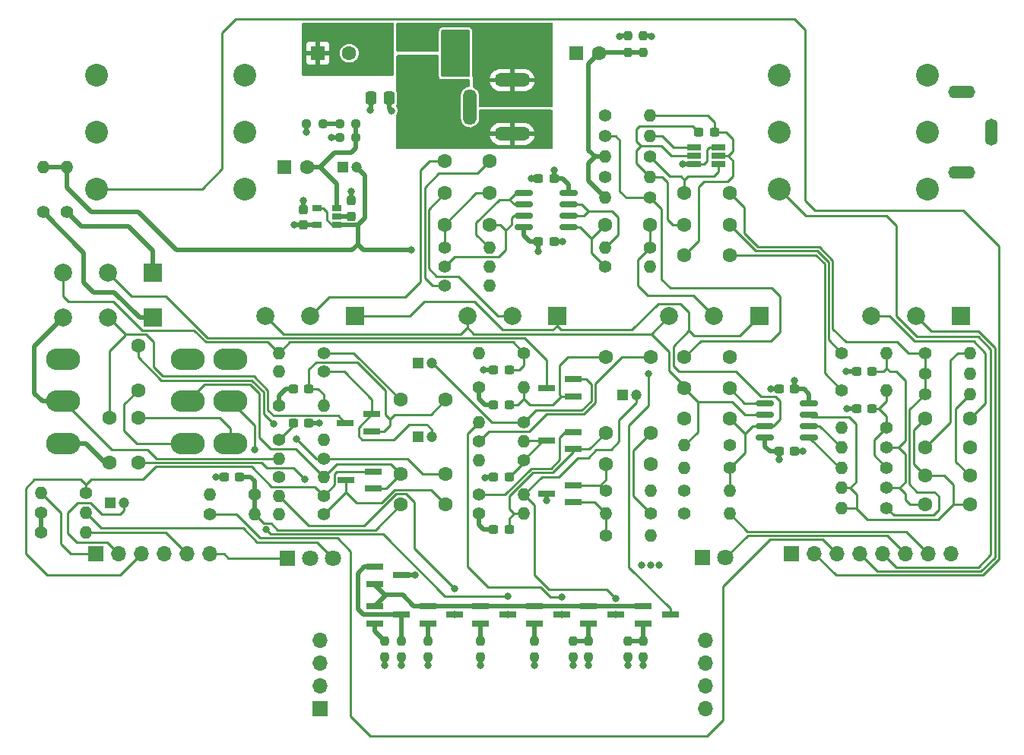
<source format=gbr>
G04 #@! TF.GenerationSoftware,KiCad,Pcbnew,7.0.10*
G04 #@! TF.CreationDate,2024-02-16T20:24:02-03:30*
G04 #@! TF.ProjectId,tight-distortion,74696768-742d-4646-9973-746f7274696f,rev?*
G04 #@! TF.SameCoordinates,Original*
G04 #@! TF.FileFunction,Copper,L1,Top*
G04 #@! TF.FilePolarity,Positive*
%FSLAX46Y46*%
G04 Gerber Fmt 4.6, Leading zero omitted, Abs format (unit mm)*
G04 Created by KiCad (PCBNEW 7.0.10) date 2024-02-16 20:24:02*
%MOMM*%
%LPD*%
G01*
G04 APERTURE LIST*
G04 Aperture macros list*
%AMRoundRect*
0 Rectangle with rounded corners*
0 $1 Rounding radius*
0 $2 $3 $4 $5 $6 $7 $8 $9 X,Y pos of 4 corners*
0 Add a 4 corners polygon primitive as box body*
4,1,4,$2,$3,$4,$5,$6,$7,$8,$9,$2,$3,0*
0 Add four circle primitives for the rounded corners*
1,1,$1+$1,$2,$3*
1,1,$1+$1,$4,$5*
1,1,$1+$1,$6,$7*
1,1,$1+$1,$8,$9*
0 Add four rect primitives between the rounded corners*
20,1,$1+$1,$2,$3,$4,$5,0*
20,1,$1+$1,$4,$5,$6,$7,0*
20,1,$1+$1,$6,$7,$8,$9,0*
20,1,$1+$1,$8,$9,$2,$3,0*%
G04 Aperture macros list end*
G04 #@! TA.AperFunction,ComponentPad*
%ADD10O,4.000000X1.500000*%
G04 #@! TD*
G04 #@! TA.AperFunction,ComponentPad*
%ADD11O,1.500000X4.000000*%
G04 #@! TD*
G04 #@! TA.AperFunction,ComponentPad*
%ADD12C,2.540000*%
G04 #@! TD*
G04 #@! TA.AperFunction,ComponentPad*
%ADD13O,3.000000X1.400000*%
G04 #@! TD*
G04 #@! TA.AperFunction,ComponentPad*
%ADD14O,1.400000X3.000000*%
G04 #@! TD*
G04 #@! TA.AperFunction,ComponentPad*
%ADD15R,1.700000X1.700000*%
G04 #@! TD*
G04 #@! TA.AperFunction,ComponentPad*
%ADD16O,1.700000X1.700000*%
G04 #@! TD*
G04 #@! TA.AperFunction,SMDPad,CuDef*
%ADD17RoundRect,0.237500X0.300000X0.237500X-0.300000X0.237500X-0.300000X-0.237500X0.300000X-0.237500X0*%
G04 #@! TD*
G04 #@! TA.AperFunction,ComponentPad*
%ADD18C,1.600000*%
G04 #@! TD*
G04 #@! TA.AperFunction,ComponentPad*
%ADD19R,1.200000X1.200000*%
G04 #@! TD*
G04 #@! TA.AperFunction,ComponentPad*
%ADD20C,1.200000*%
G04 #@! TD*
G04 #@! TA.AperFunction,ComponentPad*
%ADD21C,1.400000*%
G04 #@! TD*
G04 #@! TA.AperFunction,ComponentPad*
%ADD22O,1.400000X1.400000*%
G04 #@! TD*
G04 #@! TA.AperFunction,ComponentPad*
%ADD23R,1.600000X1.600000*%
G04 #@! TD*
G04 #@! TA.AperFunction,SMDPad,CuDef*
%ADD24RoundRect,0.237500X0.237500X-0.300000X0.237500X0.300000X-0.237500X0.300000X-0.237500X-0.300000X0*%
G04 #@! TD*
G04 #@! TA.AperFunction,SMDPad,CuDef*
%ADD25RoundRect,0.237500X-0.237500X0.300000X-0.237500X-0.300000X0.237500X-0.300000X0.237500X0.300000X0*%
G04 #@! TD*
G04 #@! TA.AperFunction,SMDPad,CuDef*
%ADD26RoundRect,0.250000X-0.337500X-0.475000X0.337500X-0.475000X0.337500X0.475000X-0.337500X0.475000X0*%
G04 #@! TD*
G04 #@! TA.AperFunction,SMDPad,CuDef*
%ADD27R,0.900000X1.200000*%
G04 #@! TD*
G04 #@! TA.AperFunction,SMDPad,CuDef*
%ADD28R,1.900000X0.800000*%
G04 #@! TD*
G04 #@! TA.AperFunction,SMDPad,CuDef*
%ADD29RoundRect,0.237500X-0.237500X0.250000X-0.237500X-0.250000X0.237500X-0.250000X0.237500X0.250000X0*%
G04 #@! TD*
G04 #@! TA.AperFunction,SMDPad,CuDef*
%ADD30RoundRect,0.237500X-0.250000X-0.237500X0.250000X-0.237500X0.250000X0.237500X-0.250000X0.237500X0*%
G04 #@! TD*
G04 #@! TA.AperFunction,SMDPad,CuDef*
%ADD31RoundRect,0.237500X0.250000X0.237500X-0.250000X0.237500X-0.250000X-0.237500X0.250000X-0.237500X0*%
G04 #@! TD*
G04 #@! TA.AperFunction,SMDPad,CuDef*
%ADD32RoundRect,0.237500X0.237500X-0.250000X0.237500X0.250000X-0.237500X0.250000X-0.237500X-0.250000X0*%
G04 #@! TD*
G04 #@! TA.AperFunction,ComponentPad*
%ADD33R,2.000000X2.000000*%
G04 #@! TD*
G04 #@! TA.AperFunction,ComponentPad*
%ADD34C,2.000000*%
G04 #@! TD*
G04 #@! TA.AperFunction,SMDPad,CuDef*
%ADD35R,1.060000X0.650000*%
G04 #@! TD*
G04 #@! TA.AperFunction,SMDPad,CuDef*
%ADD36RoundRect,0.150000X-0.825000X-0.150000X0.825000X-0.150000X0.825000X0.150000X-0.825000X0.150000X0*%
G04 #@! TD*
G04 #@! TA.AperFunction,SMDPad,CuDef*
%ADD37RoundRect,0.237500X-0.300000X-0.237500X0.300000X-0.237500X0.300000X0.237500X-0.300000X0.237500X0*%
G04 #@! TD*
G04 #@! TA.AperFunction,SMDPad,CuDef*
%ADD38R,1.560000X0.650000*%
G04 #@! TD*
G04 #@! TA.AperFunction,ComponentPad*
%ADD39R,1.800000X1.800000*%
G04 #@! TD*
G04 #@! TA.AperFunction,ComponentPad*
%ADD40C,1.800000*%
G04 #@! TD*
G04 #@! TA.AperFunction,ComponentPad*
%ADD41O,3.800000X2.400000*%
G04 #@! TD*
G04 #@! TA.AperFunction,ViaPad*
%ADD42C,0.800000*%
G04 #@! TD*
G04 #@! TA.AperFunction,Conductor*
%ADD43C,0.500000*%
G04 #@! TD*
G04 #@! TA.AperFunction,Conductor*
%ADD44C,0.250000*%
G04 #@! TD*
G04 APERTURE END LIST*
D10*
G04 #@! TO.P,J1,1*
G04 #@! TO.N,Net-(D2-K)*
X0Y29800000D03*
G04 #@! TO.P,J1,2*
G04 #@! TO.N,Net-(D1-K)*
X0Y35800000D03*
D11*
G04 #@! TO.P,J1,3*
G04 #@! TO.N,unconnected-(J1-Pad3)*
X-4700000Y32800000D03*
G04 #@! TD*
D12*
G04 #@! TO.P,J2,1,T*
G04 #@! TO.N,/input_jack*
X-46250000Y23650000D03*
G04 #@! TO.P,J2,2,R*
G04 #@! TO.N,Earth*
X-46250000Y30000000D03*
G04 #@! TO.P,J2,3,S*
X-46250000Y36350000D03*
G04 #@! TO.P,J2,4,TS*
X-29750000Y23650000D03*
G04 #@! TO.P,J2,5,RS*
X-29750000Y30000000D03*
G04 #@! TO.P,J2,6,SS*
X-29750000Y36350000D03*
G04 #@! TD*
G04 #@! TO.P,J3,1,T*
G04 #@! TO.N,/output_jack*
X29750000Y23650000D03*
G04 #@! TO.P,J3,2,R*
G04 #@! TO.N,Earth*
X29750000Y30000000D03*
G04 #@! TO.P,J3,3,S*
X29750000Y36350000D03*
G04 #@! TO.P,J3,4,TS*
X46250000Y23650000D03*
G04 #@! TO.P,J3,5,RS*
X46250000Y30000000D03*
G04 #@! TO.P,J3,6,SS*
X46250000Y36350000D03*
G04 #@! TD*
D13*
G04 #@! TO.P,G1,1*
G04 #@! TO.N,Earth*
X50100000Y34500000D03*
D14*
X53400000Y30000000D03*
D13*
X50100000Y25500000D03*
G04 #@! TD*
D15*
G04 #@! TO.P,J4,1,Pin_1*
G04 #@! TO.N,Earth*
X31110000Y-17000000D03*
D16*
G04 #@! TO.P,J4,2,Pin_2*
G04 #@! TO.N,/input_jack*
X33650000Y-17000000D03*
G04 #@! TO.P,J4,3,Pin_3*
G04 #@! TO.N,/send*
X36190000Y-17000000D03*
G04 #@! TO.P,J4,4,Pin_4*
G04 #@! TO.N,/return*
X38730000Y-17000000D03*
G04 #@! TO.P,J4,5,Pin_5*
G04 #@! TO.N,/output_jack*
X41270000Y-17000000D03*
G04 #@! TO.P,J4,6,Pin_6*
G04 #@! TO.N,/LED+*
X43810000Y-17000000D03*
G04 #@! TO.P,J4,7,Pin_7*
G04 #@! TO.N,/V+*
X46350000Y-17000000D03*
G04 #@! TO.P,J4,8,Pin_8*
G04 #@! TO.N,unconnected-(J4-Pin_8-Pad8)*
X48890000Y-17000000D03*
G04 #@! TD*
D17*
G04 #@! TO.P,C1,1*
G04 #@! TO.N,Net-(SW1B-B)*
X-30337500Y-8400000D03*
G04 #@! TO.P,C1,2*
G04 #@! TO.N,Earth*
X-32062500Y-8400000D03*
G04 #@! TD*
D18*
G04 #@! TO.P,C4,1*
G04 #@! TO.N,Net-(C4-Pad1)*
X-41650000Y6200000D03*
G04 #@! TO.P,C4,2*
G04 #@! TO.N,Net-(SW1A-A)*
X-41650000Y1200000D03*
G04 #@! TD*
G04 #@! TO.P,C5,1*
G04 #@! TO.N,Net-(C4-Pad1)*
X-7400000Y-8135000D03*
G04 #@! TO.P,C5,2*
G04 #@! TO.N,Net-(Q1-D)*
X-12400000Y-8135000D03*
G04 #@! TD*
D19*
G04 #@! TO.P,C6,1*
G04 #@! TO.N,Earth*
X-44730000Y-11300000D03*
D20*
G04 #@! TO.P,C6,2*
G04 #@! TO.N,Net-(SW2A-B)*
X-43230000Y-11300000D03*
G04 #@! TD*
D17*
G04 #@! TO.P,C7,1*
G04 #@! TO.N,Earth*
X-22637500Y-2398332D03*
G04 #@! TO.P,C7,2*
G04 #@! TO.N,Net-(RV1A-6)*
X-24362500Y-2398332D03*
G04 #@! TD*
D18*
G04 #@! TO.P,C8,1*
G04 #@! TO.N,Net-(Q2-G)*
X-44850000Y-1800000D03*
G04 #@! TO.P,C8,2*
G04 #@! TO.N,Net-(SW3-A)*
X-44850000Y-6800000D03*
G04 #@! TD*
D19*
G04 #@! TO.P,C9,1*
G04 #@! TO.N,Earth*
X-10470000Y-3990000D03*
D20*
G04 #@! TO.P,C9,2*
G04 #@! TO.N,Net-(Q2-S)*
X-8970000Y-3990000D03*
G04 #@! TD*
D19*
G04 #@! TO.P,C13,1*
G04 #@! TO.N,Earth*
X-10470000Y4300000D03*
D20*
G04 #@! TO.P,C13,2*
G04 #@! TO.N,Net-(Q3-S)*
X-8970000Y4300000D03*
G04 #@! TD*
D17*
G04 #@! TO.P,C14,1*
G04 #@! TO.N,Net-(Q3-D)*
X-337500Y-406500D03*
G04 #@! TO.P,C14,2*
G04 #@! TO.N,+15V*
X-2062500Y-406500D03*
G04 #@! TD*
D18*
G04 #@! TO.P,C15,1*
G04 #@! TO.N,Net-(C15-Pad1)*
X15400000Y4900000D03*
G04 #@! TO.P,C15,2*
G04 #@! TO.N,Net-(Q3-D)*
X10400000Y4900000D03*
G04 #@! TD*
G04 #@! TO.P,C22,1*
G04 #@! TO.N,Net-(C22-Pad1)*
X15350000Y19700000D03*
G04 #@! TO.P,C22,2*
G04 #@! TO.N,Net-(U1B-+)*
X10350000Y19700000D03*
G04 #@! TD*
D21*
G04 #@! TO.P,R1,1*
G04 #@! TO.N,/send*
X-33700000Y-12600000D03*
D22*
G04 #@! TO.P,R1,2*
G04 #@! TO.N,Net-(SW1B-B)*
X-28700000Y-12600000D03*
G04 #@! TD*
D18*
G04 #@! TO.P,C37,1*
G04 #@! TO.N,Net-(C37-Pad1)*
X51000000Y-1924998D03*
G04 #@! TO.P,C37,2*
G04 #@! TO.N,Net-(C35-Pad2)*
X46000000Y-1924998D03*
G04 #@! TD*
G04 #@! TO.P,C2,1*
G04 #@! TO.N,Net-(Q1-G)*
X-41600000Y-6800000D03*
G04 #@! TO.P,C2,2*
G04 #@! TO.N,Net-(SW1B-A)*
X-41600000Y-1800000D03*
G04 #@! TD*
D19*
G04 #@! TO.P,C39,1*
G04 #@! TO.N,Earth*
X-18870000Y26100000D03*
D20*
G04 #@! TO.P,C39,2*
G04 #@! TO.N,/Signal Path/-VREF0*
X-17370000Y26100000D03*
G04 #@! TD*
D23*
G04 #@! TO.P,C40,1*
G04 #@! TO.N,Earth*
X7155000Y38799999D03*
D18*
G04 #@! TO.P,C40,2*
G04 #@! TO.N,/Signal Path/-VREF1*
X9655000Y38799999D03*
G04 #@! TD*
D17*
G04 #@! TO.P,C43,1*
G04 #@! TO.N,+15V*
X4662500Y24800000D03*
G04 #@! TO.P,C43,2*
G04 #@! TO.N,Earth*
X2937500Y24800000D03*
G04 #@! TD*
G04 #@! TO.P,C44,1*
G04 #@! TO.N,Earth*
X4662500Y17800000D03*
G04 #@! TO.P,C44,2*
G04 #@! TO.N,-15V*
X2937500Y17800000D03*
G04 #@! TD*
D24*
G04 #@! TO.P,C45,1*
G04 #@! TO.N,+15V*
X-23300000Y19637500D03*
G04 #@! TO.P,C45,2*
G04 #@! TO.N,Earth*
X-23300000Y21362500D03*
G04 #@! TD*
D25*
G04 #@! TO.P,C46,1*
G04 #@! TO.N,Earth*
X-17900000Y22362500D03*
G04 #@! TO.P,C46,2*
G04 #@! TO.N,-15V*
X-17900000Y20637500D03*
G04 #@! TD*
D23*
G04 #@! TO.P,C47,1*
G04 #@! TO.N,Net-(D3-K)*
X-21652651Y38800000D03*
D18*
G04 #@! TO.P,C47,2*
G04 #@! TO.N,Earth*
X-18152651Y38800000D03*
G04 #@! TD*
D26*
G04 #@! TO.P,C48,1*
G04 #@! TO.N,Net-(D3-K)*
X-15737500Y33800000D03*
G04 #@! TO.P,C48,2*
G04 #@! TO.N,Earth*
X-13662500Y33800000D03*
G04 #@! TD*
D27*
G04 #@! TO.P,D1,1,K*
G04 #@! TO.N,Net-(D1-K)*
X-9550000Y40100000D03*
G04 #@! TO.P,D1,2,A*
G04 #@! TO.N,Earth*
X-6250000Y40100000D03*
G04 #@! TD*
G04 #@! TO.P,D2,1,K*
G04 #@! TO.N,Net-(D2-K)*
X-9550000Y37500000D03*
G04 #@! TO.P,D2,2,A*
G04 #@! TO.N,Earth*
X-6250000Y37500000D03*
G04 #@! TD*
G04 #@! TO.P,D3,1,K*
G04 #@! TO.N,Net-(D3-K)*
X-14750000Y40100000D03*
G04 #@! TO.P,D3,2,A*
G04 #@! TO.N,Net-(D1-K)*
X-11450000Y40100000D03*
G04 #@! TD*
G04 #@! TO.P,D4,1,K*
G04 #@! TO.N,Net-(D3-K)*
X-14750000Y37500000D03*
G04 #@! TO.P,D4,2,A*
G04 #@! TO.N,Net-(D2-K)*
X-11450000Y37500000D03*
G04 #@! TD*
D16*
G04 #@! TO.P,J5,1,GND*
G04 #@! TO.N,Earth*
X-21420000Y-31760000D03*
D15*
X-21420000Y-34300000D03*
D16*
G04 #@! TO.P,J5,4,Vin*
G04 #@! TO.N,Net-(D3-K)*
X-21420000Y-26680000D03*
X-21420000Y-29220000D03*
G04 #@! TO.P,J5,5,+15V*
G04 #@! TO.N,+15V*
X21500000Y-26680000D03*
X21500000Y-29220000D03*
G04 #@! TO.P,J5,8,-15V*
G04 #@! TO.N,-15V*
X21500000Y-31760000D03*
X21500000Y-34300000D03*
G04 #@! TD*
D28*
G04 #@! TO.P,Q2,1,D*
G04 #@! TO.N,Net-(Q2-D)*
X-15600000Y-3350000D03*
G04 #@! TO.P,Q2,2,S*
G04 #@! TO.N,Net-(Q2-S)*
X-15600000Y-1450000D03*
G04 #@! TO.P,Q2,3,G*
G04 #@! TO.N,Net-(Q2-G)*
X-18600000Y-2400000D03*
G04 #@! TD*
G04 #@! TO.P,Q3,1,D*
G04 #@! TO.N,Net-(Q3-D)*
X6800000Y550000D03*
G04 #@! TO.P,Q3,2,S*
G04 #@! TO.N,Net-(Q3-S)*
X6800000Y2450000D03*
G04 #@! TO.P,Q3,3,G*
G04 #@! TO.N,Net-(Q3-G)*
X3800000Y1500000D03*
G04 #@! TD*
G04 #@! TO.P,Q4,1,D*
G04 #@! TO.N,Net-(Q4-D)*
X6800000Y-5350000D03*
G04 #@! TO.P,Q4,2,S*
G04 #@! TO.N,Net-(Q4-S)*
X6800000Y-3450000D03*
G04 #@! TO.P,Q4,3,G*
G04 #@! TO.N,Net-(Q4-G)*
X3800000Y-4400000D03*
G04 #@! TD*
G04 #@! TO.P,Q7,1,B*
G04 #@! TO.N,Net-(Q10-B)*
X-15300000Y-22850000D03*
G04 #@! TO.P,Q7,2,E*
G04 #@! TO.N,Net-(Q7-E)*
X-15300000Y-24750000D03*
G04 #@! TO.P,Q7,3,C*
G04 #@! TO.N,Net-(Q7-C)*
X-12300000Y-23800000D03*
G04 #@! TD*
G04 #@! TO.P,Q8,1,B*
G04 #@! TO.N,Net-(Q7-C)*
X-15300000Y-18450000D03*
G04 #@! TO.P,Q8,2,E*
G04 #@! TO.N,Net-(Q10-B)*
X-15300000Y-20350000D03*
G04 #@! TO.P,Q8,3,C*
G04 #@! TO.N,Earth*
X-12300000Y-19400000D03*
G04 #@! TD*
G04 #@! TO.P,Q9,1,B*
G04 #@! TO.N,Net-(Q10-B)*
X-9400000Y-22850000D03*
G04 #@! TO.P,Q9,2,E*
G04 #@! TO.N,Net-(Q9-E)*
X-9400000Y-24750000D03*
G04 #@! TO.P,Q9,3,C*
G04 #@! TO.N,/Signal Path/ccs0*
X-6400000Y-23800000D03*
G04 #@! TD*
G04 #@! TO.P,Q10,1,B*
G04 #@! TO.N,Net-(Q10-B)*
X-3500000Y-22850000D03*
G04 #@! TO.P,Q10,2,E*
G04 #@! TO.N,Net-(Q10-E)*
X-3500000Y-24750000D03*
G04 #@! TO.P,Q10,3,C*
G04 #@! TO.N,/Signal Path/ccs1*
X-500000Y-23800000D03*
G04 #@! TD*
G04 #@! TO.P,Q11,1,B*
G04 #@! TO.N,Net-(Q10-B)*
X2500000Y-22850000D03*
G04 #@! TO.P,Q11,2,E*
G04 #@! TO.N,Net-(Q11-E)*
X2500000Y-24750000D03*
G04 #@! TO.P,Q11,3,C*
G04 #@! TO.N,/Signal Path/ccs2*
X5500000Y-23800000D03*
G04 #@! TD*
G04 #@! TO.P,Q12,1,B*
G04 #@! TO.N,Net-(Q10-B)*
X8500000Y-22850000D03*
G04 #@! TO.P,Q12,2,E*
G04 #@! TO.N,Net-(Q12-E)*
X8500000Y-24750000D03*
G04 #@! TO.P,Q12,3,C*
G04 #@! TO.N,/Signal Path/ccs3*
X11500000Y-23800000D03*
G04 #@! TD*
G04 #@! TO.P,Q13,1,B*
G04 #@! TO.N,Net-(Q10-B)*
X14600000Y-22850000D03*
G04 #@! TO.P,Q13,2,E*
G04 #@! TO.N,Net-(Q13-E)*
X14600000Y-24750000D03*
G04 #@! TO.P,Q13,3,C*
G04 #@! TO.N,/Signal Path/ccs4*
X17600000Y-23800000D03*
G04 #@! TD*
D21*
G04 #@! TO.P,R2,1*
G04 #@! TO.N,Net-(SW1B-B)*
X-28700000Y-10400000D03*
D22*
G04 #@! TO.P,R2,2*
G04 #@! TO.N,Earth*
X-33700000Y-10400000D03*
G04 #@! TD*
D21*
G04 #@! TO.P,R3,1*
G04 #@! TO.N,Net-(Q1-G)*
X-21000000Y-12600000D03*
D22*
G04 #@! TO.P,R3,2*
G04 #@! TO.N,/Signal Path/-VREF0*
X-26000000Y-12600000D03*
G04 #@! TD*
D21*
G04 #@! TO.P,R4,1*
G04 #@! TO.N,+15V*
X-26000000Y-8453331D03*
D22*
G04 #@! TO.P,R4,2*
G04 #@! TO.N,Net-(Q1-D)*
X-21000000Y-8453331D03*
G04 #@! TD*
D21*
G04 #@! TO.P,R5,1*
G04 #@! TO.N,Net-(Q1-S)*
X-21000000Y-10526664D03*
D22*
G04 #@! TO.P,R5,2*
G04 #@! TO.N,/Signal Path/ccs0*
X-26000000Y-10526664D03*
G04 #@! TD*
D21*
G04 #@! TO.P,R7,1*
G04 #@! TO.N,Net-(C4-Pad1)*
X-21000000Y-6379998D03*
D22*
G04 #@! TO.P,R7,2*
G04 #@! TO.N,Net-(RV1A-6)*
X-26000000Y-6379998D03*
G04 #@! TD*
D21*
G04 #@! TO.P,R8,1*
G04 #@! TO.N,Net-(RV1A-6)*
X-26000000Y-4306665D03*
D22*
G04 #@! TO.P,R8,2*
G04 #@! TO.N,/Signal Path/-VREF0*
X-21000000Y-4306665D03*
G04 #@! TD*
D21*
G04 #@! TO.P,R9,1*
G04 #@! TO.N,Net-(RV1A-4)*
X-52250000Y21100000D03*
D22*
G04 #@! TO.P,R9,2*
G04 #@! TO.N,/Signal Path/-VREF0*
X-52250000Y26100000D03*
G04 #@! TD*
D21*
G04 #@! TO.P,R11,1*
G04 #@! TO.N,Net-(Q2-S)*
X-21000000Y3326667D03*
D22*
G04 #@! TO.P,R11,2*
G04 #@! TO.N,/Signal Path/ccs1*
X-26000000Y3326667D03*
G04 #@! TD*
D18*
G04 #@! TO.P,C3,1*
G04 #@! TO.N,Net-(Q1-G)*
X-7400000Y-11500000D03*
G04 #@! TO.P,C3,2*
G04 #@! TO.N,Net-(SW1B-B)*
X-12400000Y-11500000D03*
G04 #@! TD*
D21*
G04 #@! TO.P,R13,1*
G04 #@! TO.N,Net-(C12-Pad2)*
X1300000Y5400000D03*
D22*
G04 #@! TO.P,R13,2*
G04 #@! TO.N,/Signal Path/-VREF0*
X-3700000Y5400000D03*
G04 #@! TD*
D21*
G04 #@! TO.P,R14,1*
G04 #@! TO.N,Net-(R14-Pad1)*
X-49600000Y21100000D03*
D22*
G04 #@! TO.P,R14,2*
G04 #@! TO.N,/Signal Path/-VREF0*
X-49600000Y26100000D03*
G04 #@! TD*
D21*
G04 #@! TO.P,R15,1*
G04 #@! TO.N,+15V*
X-3700000Y1529000D03*
D22*
G04 #@! TO.P,R15,2*
G04 #@! TO.N,Net-(Q3-D)*
X1300000Y1529000D03*
G04 #@! TD*
D21*
G04 #@! TO.P,R16,1*
G04 #@! TO.N,Net-(Q3-S)*
X1300000Y-2342000D03*
D22*
G04 #@! TO.P,R16,2*
G04 #@! TO.N,/Signal Path/ccs2*
X-3700000Y-2342000D03*
G04 #@! TD*
D21*
G04 #@! TO.P,R17,1*
G04 #@! TO.N,Net-(C15-Pad1)*
X-3700000Y-4442500D03*
D22*
G04 #@! TO.P,R17,2*
G04 #@! TO.N,Net-(Q4-G)*
X1300000Y-4442500D03*
G04 #@! TD*
D21*
G04 #@! TO.P,R18,1*
G04 #@! TO.N,Net-(Q4-G)*
X1300000Y-6543000D03*
D22*
G04 #@! TO.P,R18,2*
G04 #@! TO.N,/Signal Path/-VREF0*
X-3700000Y-6543000D03*
G04 #@! TD*
D21*
G04 #@! TO.P,R19,1*
G04 #@! TO.N,+15V*
X-3700000Y-12514500D03*
D22*
G04 #@! TO.P,R19,2*
G04 #@! TO.N,Net-(Q4-D)*
X1300000Y-12514500D03*
G04 #@! TD*
D21*
G04 #@! TO.P,R20,1*
G04 #@! TO.N,Net-(Q4-S)*
X-3700000Y-10414000D03*
D22*
G04 #@! TO.P,R20,2*
G04 #@! TO.N,/Signal Path/ccs3*
X1300000Y-10414000D03*
G04 #@! TD*
D21*
G04 #@! TO.P,R21,1*
G04 #@! TO.N,Net-(C19-Pad1)*
X15400000Y-12500000D03*
D22*
G04 #@! TO.P,R21,2*
G04 #@! TO.N,Net-(Q5-B)*
X10400000Y-12500000D03*
G04 #@! TD*
D21*
G04 #@! TO.P,R22,1*
G04 #@! TO.N,Net-(Q5-B)*
X10400000Y-15000000D03*
D22*
G04 #@! TO.P,R22,2*
G04 #@! TO.N,Earth*
X15400000Y-15000000D03*
G04 #@! TD*
D21*
G04 #@! TO.P,R26,1*
G04 #@! TO.N,Net-(C22-Pad1)*
X15350000Y17100000D03*
D22*
G04 #@! TO.P,R26,2*
G04 #@! TO.N,Net-(U1B--)*
X10350000Y17100000D03*
G04 #@! TD*
D21*
G04 #@! TO.P,R28,1*
G04 #@! TO.N,Net-(C23-Pad2)*
X-7500000Y17100000D03*
D22*
G04 #@! TO.P,R28,2*
G04 #@! TO.N,Net-(U1A--)*
X-2500000Y17100000D03*
G04 #@! TD*
D21*
G04 #@! TO.P,R29,1*
G04 #@! TO.N,Net-(U1A-+)*
X-7500000Y15000000D03*
D22*
G04 #@! TO.P,R29,2*
G04 #@! TO.N,Earth*
X-2500000Y15000000D03*
G04 #@! TD*
D21*
G04 #@! TO.P,R30,1*
G04 #@! TO.N,Net-(C25-Pad2)*
X-7500000Y12900000D03*
D22*
G04 #@! TO.P,R30,2*
G04 #@! TO.N,Earth*
X-2500000Y12900000D03*
G04 #@! TD*
D21*
G04 #@! TO.P,R31,1*
G04 #@! TO.N,Net-(C26-Pad2)*
X24200000Y-4925000D03*
D22*
G04 #@! TO.P,R31,2*
G04 #@! TO.N,Net-(U3A--)*
X19200000Y-4925000D03*
G04 #@! TD*
D29*
G04 #@! TO.P,R48,1*
G04 #@! TO.N,Net-(Q7-E)*
X-14200000Y-26687500D03*
G04 #@! TO.P,R48,2*
G04 #@! TO.N,-15V*
X-14200000Y-28512500D03*
G04 #@! TD*
G04 #@! TO.P,R49,1*
G04 #@! TO.N,Net-(Q9-E)*
X-9400000Y-26687500D03*
G04 #@! TO.P,R49,2*
G04 #@! TO.N,-15V*
X-9400000Y-28512500D03*
G04 #@! TD*
G04 #@! TO.P,R50,1*
G04 #@! TO.N,Net-(Q10-E)*
X-3500000Y-26687500D03*
G04 #@! TO.P,R50,2*
G04 #@! TO.N,-15V*
X-3500000Y-28512500D03*
G04 #@! TD*
G04 #@! TO.P,R52,1*
G04 #@! TO.N,Net-(Q12-E)*
X6800000Y-26687500D03*
G04 #@! TO.P,R52,2*
G04 #@! TO.N,-15V*
X6800000Y-28512500D03*
G04 #@! TD*
G04 #@! TO.P,R53,1*
G04 #@! TO.N,Net-(Q12-E)*
X8500000Y-26687500D03*
G04 #@! TO.P,R53,2*
G04 #@! TO.N,-15V*
X8500000Y-28512500D03*
G04 #@! TD*
G04 #@! TO.P,R54,1*
G04 #@! TO.N,Net-(Q13-E)*
X12900000Y-26687500D03*
G04 #@! TO.P,R54,2*
G04 #@! TO.N,-15V*
X12900000Y-28512500D03*
G04 #@! TD*
G04 #@! TO.P,R55,1*
G04 #@! TO.N,Net-(Q13-E)*
X14600000Y-26687500D03*
G04 #@! TO.P,R55,2*
G04 #@! TO.N,-15V*
X14600000Y-28512500D03*
G04 #@! TD*
D30*
G04 #@! TO.P,R56,1*
G04 #@! TO.N,Earth*
X-19212500Y29400000D03*
G04 #@! TO.P,R56,2*
G04 #@! TO.N,Net-(U4A-+)*
X-17387500Y29400000D03*
G04 #@! TD*
D31*
G04 #@! TO.P,R57,1*
G04 #@! TO.N,Net-(U4A-+)*
X-17387500Y30900000D03*
G04 #@! TO.P,R57,2*
G04 #@! TO.N,Net-(R57-Pad2)*
X-19212500Y30900000D03*
G04 #@! TD*
G04 #@! TO.P,R58,1*
G04 #@! TO.N,Net-(R57-Pad2)*
X-21087500Y30900000D03*
G04 #@! TO.P,R58,2*
G04 #@! TO.N,-15V*
X-22912500Y30900000D03*
G04 #@! TD*
D32*
G04 #@! TO.P,R60,1*
G04 #@! TO.N,/Signal Path/-VREF1*
X14550000Y38887500D03*
G04 #@! TO.P,R60,2*
G04 #@! TO.N,-15V*
X14550000Y40712500D03*
G04 #@! TD*
D33*
G04 #@! TO.P,RV1,1,4*
G04 #@! TO.N,Net-(RV1A-4)*
X-40000000Y9300000D03*
D34*
G04 #@! TO.P,RV1,2,5*
G04 #@! TO.N,Net-(Q2-G)*
X-45000000Y9300000D03*
G04 #@! TO.P,RV1,3,6*
G04 #@! TO.N,Net-(RV1A-6)*
X-50000000Y9300000D03*
D33*
G04 #@! TO.P,RV1,4,4*
G04 #@! TO.N,Net-(R14-Pad1)*
X-40000000Y14300000D03*
D34*
G04 #@! TO.P,RV1,5,5*
G04 #@! TO.N,Net-(Q3-G)*
X-45000000Y14300000D03*
G04 #@! TO.P,RV1,6,6*
G04 #@! TO.N,Net-(C12-Pad2)*
X-50000000Y14300000D03*
G04 #@! TD*
D35*
G04 #@! TO.P,U4,1*
G04 #@! TO.N,/Signal Path/-VREF0*
X-19500000Y19650000D03*
G04 #@! TO.P,U4,2,V-*
G04 #@! TO.N,-15V*
X-19500000Y20600000D03*
G04 #@! TO.P,U4,3,+*
G04 #@! TO.N,Net-(U4A-+)*
X-19500000Y21550000D03*
G04 #@! TO.P,U4,4,-*
G04 #@! TO.N,/Signal Path/-VREF0*
X-21700000Y21550000D03*
G04 #@! TO.P,U4,5,V+*
G04 #@! TO.N,+15V*
X-21700000Y19650000D03*
G04 #@! TD*
D21*
G04 #@! TO.P,R32,1*
G04 #@! TO.N,Net-(C27-Pad1)*
X15350000Y22700000D03*
D22*
G04 #@! TO.P,R32,2*
G04 #@! TO.N,/Signal Path/-VREF1*
X10350000Y22700000D03*
G04 #@! TD*
D21*
G04 #@! TO.P,R12,1*
G04 #@! TO.N,Net-(C11-Pad1)*
X-21000000Y5400000D03*
D22*
G04 #@! TO.P,R12,2*
G04 #@! TO.N,Net-(C12-Pad2)*
X-26000000Y5400000D03*
G04 #@! TD*
D21*
G04 #@! TO.P,R6,1*
G04 #@! TO.N,Net-(Q1-S)*
X-47500000Y-10200000D03*
D22*
G04 #@! TO.P,R6,2*
G04 #@! TO.N,Net-(SW2A-A)*
X-52500000Y-10200000D03*
G04 #@! TD*
D18*
G04 #@! TO.P,C36,1*
G04 #@! TO.N,Net-(C35-Pad2)*
X46000000Y-8308330D03*
G04 #@! TO.P,C36,2*
G04 #@! TO.N,Net-(C36-Pad2)*
X51000000Y-8308330D03*
G04 #@! TD*
G04 #@! TO.P,C25,1*
G04 #@! TO.N,Net-(C25-Pad1)*
X-7500000Y26800000D03*
G04 #@! TO.P,C25,2*
G04 #@! TO.N,Net-(C25-Pad2)*
X-2500000Y26800000D03*
G04 #@! TD*
G04 #@! TO.P,C20,1*
G04 #@! TO.N,/Signal Path/eq_send*
X15400000Y-6974000D03*
G04 #@! TO.P,C20,2*
G04 #@! TO.N,Net-(Q5-E)*
X10400000Y-6974000D03*
G04 #@! TD*
D23*
G04 #@! TO.P,C38,1*
G04 #@! TO.N,Earth*
X-25350000Y26100000D03*
D18*
G04 #@! TO.P,C38,2*
G04 #@! TO.N,Net-(U4A-+)*
X-22850000Y26100000D03*
G04 #@! TD*
G04 #@! TO.P,C23,1*
G04 #@! TO.N,Net-(C23-Pad1)*
X-7500000Y23200000D03*
G04 #@! TO.P,C23,2*
G04 #@! TO.N,Net-(C23-Pad2)*
X-2500000Y23200000D03*
G04 #@! TD*
G04 #@! TO.P,C11,1*
G04 #@! TO.N,Net-(C11-Pad1)*
X-12400000Y155000D03*
G04 #@! TO.P,C11,2*
G04 #@! TO.N,Net-(Q2-D)*
X-7400000Y155000D03*
G04 #@! TD*
D36*
G04 #@! TO.P,U1,1*
G04 #@! TO.N,Net-(U1A--)*
X1325000Y23205000D03*
G04 #@! TO.P,U1,2,-*
X1325000Y21935000D03*
G04 #@! TO.P,U1,3,+*
G04 #@! TO.N,Net-(U1A-+)*
X1325000Y20665000D03*
G04 #@! TO.P,U1,4,V-*
G04 #@! TO.N,-15V*
X1325000Y19395000D03*
G04 #@! TO.P,U1,5,+*
G04 #@! TO.N,Net-(U1B-+)*
X6275000Y19395000D03*
G04 #@! TO.P,U1,6,-*
G04 #@! TO.N,Net-(U1B--)*
X6275000Y20665000D03*
G04 #@! TO.P,U1,7*
X6275000Y21935000D03*
G04 #@! TO.P,U1,8,V+*
G04 #@! TO.N,+15V*
X6275000Y23205000D03*
G04 #@! TD*
D15*
G04 #@! TO.P,SW2,1,A*
G04 #@! TO.N,Net-(SW2A-A)*
X-46350000Y-17000000D03*
D16*
G04 #@! TO.P,SW2,2,B*
G04 #@! TO.N,Net-(SW2A-B)*
X-43810000Y-17000000D03*
G04 #@! TO.P,SW2,3,C*
G04 #@! TO.N,Net-(Q1-S)*
X-41270000Y-17000000D03*
G04 #@! TO.P,SW2,4,A*
G04 #@! TO.N,unconnected-(SW2B-A-Pad4)*
X-38730000Y-17000000D03*
G04 #@! TO.P,SW2,5,B*
G04 #@! TO.N,Net-(SW2B-B)*
X-36190000Y-17000000D03*
G04 #@! TO.P,SW2,6,C*
G04 #@! TO.N,Net-(D6-A1)*
X-33650000Y-17000000D03*
G04 #@! TD*
D33*
G04 #@! TO.P,RV5,1,1*
G04 #@! TO.N,Earth*
X50000000Y9500000D03*
D34*
G04 #@! TO.P,RV5,2,2*
G04 #@! TO.N,/return*
X45000000Y9500000D03*
G04 #@! TO.P,RV5,3,3*
G04 #@! TO.N,Net-(C37-Pad1)*
X40000000Y9500000D03*
G04 #@! TD*
D33*
G04 #@! TO.P,RV4,1,1*
G04 #@! TO.N,Net-(U3A-+)*
X-17500000Y9500000D03*
D34*
G04 #@! TO.P,RV4,2,2*
G04 #@! TO.N,Net-(C25-Pad1)*
X-22500000Y9500000D03*
G04 #@! TO.P,RV4,3,3*
G04 #@! TO.N,Net-(U3A--)*
X-27500000Y9500000D03*
G04 #@! TD*
D33*
G04 #@! TO.P,RV3,1,1*
G04 #@! TO.N,Net-(U3A-+)*
X5000000Y9500000D03*
D34*
G04 #@! TO.P,RV3,2,2*
G04 #@! TO.N,Net-(C23-Pad1)*
X0Y9500000D03*
G04 #@! TO.P,RV3,3,3*
G04 #@! TO.N,Net-(U3A--)*
X-5000000Y9500000D03*
G04 #@! TD*
D33*
G04 #@! TO.P,RV2,1,1*
G04 #@! TO.N,Net-(U3A-+)*
X27500000Y9500000D03*
D34*
G04 #@! TO.P,RV2,2,2*
G04 #@! TO.N,Net-(C22-Pad1)*
X22500000Y9500000D03*
G04 #@! TO.P,RV2,3,3*
G04 #@! TO.N,Net-(U3A--)*
X17500000Y9500000D03*
G04 #@! TD*
D29*
G04 #@! TO.P,R51,1*
G04 #@! TO.N,Net-(Q11-E)*
X2500000Y-26687500D03*
G04 #@! TO.P,R51,2*
G04 #@! TO.N,-15V*
X2500000Y-28512500D03*
G04 #@! TD*
D21*
G04 #@! TO.P,R10,1*
G04 #@! TO.N,+15V*
X-26000000Y-489999D03*
D22*
G04 #@! TO.P,R10,2*
G04 #@! TO.N,Net-(Q2-D)*
X-21000000Y-489999D03*
G04 #@! TD*
D18*
G04 #@! TO.P,C21,1*
G04 #@! TO.N,Earth*
X19200000Y-1950000D03*
G04 #@! TO.P,C21,2*
G04 #@! TO.N,Net-(U3A-+)*
X24200000Y-1950000D03*
G04 #@! TD*
D21*
G04 #@! TO.P,R61,1*
G04 #@! TO.N,+15V*
X19200000Y-12500000D03*
D22*
G04 #@! TO.P,R61,2*
G04 #@! TO.N,/V+*
X24200000Y-12500000D03*
G04 #@! TD*
D21*
G04 #@! TO.P,R62,1*
G04 #@! TO.N,+15V*
X-52500000Y-12400000D03*
D22*
G04 #@! TO.P,R62,2*
G04 #@! TO.N,Net-(D6-A2)*
X-47500000Y-12400000D03*
G04 #@! TD*
D17*
G04 #@! TO.P,C10,1*
G04 #@! TO.N,Net-(Q2-D)*
X-22637500Y1418334D03*
G04 #@! TO.P,C10,2*
G04 #@! TO.N,+15V*
X-24362500Y1418334D03*
G04 #@! TD*
D28*
G04 #@! TO.P,Q1,1,D*
G04 #@! TO.N,Net-(Q1-D)*
X-15500000Y-9750000D03*
G04 #@! TO.P,Q1,2,S*
G04 #@! TO.N,Net-(Q1-S)*
X-15500000Y-7850000D03*
G04 #@! TO.P,Q1,3,G*
G04 #@! TO.N,Net-(Q1-G)*
X-18500000Y-8800000D03*
G04 #@! TD*
D37*
G04 #@! TO.P,C12,1*
G04 #@! TO.N,Earth*
X-2062500Y3464500D03*
G04 #@! TO.P,C12,2*
G04 #@! TO.N,Net-(C12-Pad2)*
X-337500Y3464500D03*
G04 #@! TD*
G04 #@! TO.P,C16,1*
G04 #@! TO.N,Earth*
X-2062500Y-8478500D03*
G04 #@! TO.P,C16,2*
G04 #@! TO.N,Net-(Q4-G)*
X-337500Y-8478500D03*
G04 #@! TD*
D29*
G04 #@! TO.P,R59,1*
G04 #@! TO.N,Earth*
X12900000Y40712500D03*
G04 #@! TO.P,R59,2*
G04 #@! TO.N,/Signal Path/-VREF1*
X12900000Y38887500D03*
G04 #@! TD*
D38*
G04 #@! TO.P,Q6,1,G1*
G04 #@! TO.N,Net-(Q6A-G1)*
X20300000Y28300000D03*
G04 #@! TO.P,Q6,2,D1*
G04 #@! TO.N,Net-(Q6A-D1)*
X20300000Y27350000D03*
G04 #@! TO.P,Q6,3,S1*
G04 #@! TO.N,/Signal Path/ccs4*
X20300000Y26400000D03*
G04 #@! TO.P,Q6,4,G1*
G04 #@! TO.N,Net-(Q6B-G1)*
X23000000Y26400000D03*
G04 #@! TO.P,Q6,5,D2*
G04 #@! TO.N,Net-(Q6B-D2)*
X23000000Y27350000D03*
G04 #@! TO.P,Q6,6,S1*
G04 #@! TO.N,/Signal Path/ccs4*
X23000000Y28300000D03*
G04 #@! TD*
D28*
G04 #@! TO.P,Q5,1,B*
G04 #@! TO.N,Net-(Q5-B)*
X6800000Y-11250000D03*
G04 #@! TO.P,Q5,2,E*
G04 #@! TO.N,Net-(Q5-E)*
X6800000Y-9350000D03*
G04 #@! TO.P,Q5,3,C*
G04 #@! TO.N,+15V*
X3800000Y-10300000D03*
G04 #@! TD*
D18*
G04 #@! TO.P,C35,1*
G04 #@! TO.N,Net-(C32-Pad2)*
X46000000Y-11500000D03*
G04 #@! TO.P,C35,2*
G04 #@! TO.N,Net-(C35-Pad2)*
X51000000Y-11500000D03*
G04 #@! TD*
G04 #@! TO.P,C34,1*
G04 #@! TO.N,Net-(C34-Pad1)*
X46000000Y-5116664D03*
G04 #@! TO.P,C34,2*
G04 #@! TO.N,Earth*
X51000000Y-5116664D03*
G04 #@! TD*
D37*
G04 #@! TO.P,C28,1*
G04 #@! TO.N,Net-(Q6A-D1)*
X20787500Y30000000D03*
G04 #@! TO.P,C28,2*
G04 #@! TO.N,Net-(Q6B-D2)*
X22512500Y30000000D03*
G04 #@! TD*
G04 #@! TO.P,C32,1*
G04 #@! TO.N,Earth*
X38337500Y3320000D03*
G04 #@! TO.P,C32,2*
G04 #@! TO.N,Net-(C32-Pad2)*
X40062500Y3320000D03*
G04 #@! TD*
D18*
G04 #@! TO.P,C31,1*
G04 #@! TO.N,Net-(C31-Pad1)*
X24200000Y23200000D03*
G04 #@! TO.P,C31,2*
G04 #@! TO.N,Net-(Q6B-G1)*
X19200000Y23200000D03*
G04 #@! TD*
G04 #@! TO.P,C27,1*
G04 #@! TO.N,Net-(C27-Pad1)*
X19200000Y4900000D03*
G04 #@! TO.P,C27,2*
G04 #@! TO.N,Net-(C26-Pad2)*
X24200000Y4900000D03*
G04 #@! TD*
G04 #@! TO.P,C29,1*
G04 #@! TO.N,Net-(C29-Pad1)*
X24200000Y19700000D03*
G04 #@! TO.P,C29,2*
G04 #@! TO.N,Net-(Q6A-D1)*
X19200000Y19700000D03*
G04 #@! TD*
D17*
G04 #@! TO.P,C42,1*
G04 #@! TO.N,Earth*
X31462500Y-5600000D03*
G04 #@! TO.P,C42,2*
G04 #@! TO.N,-15V*
X29737500Y-5600000D03*
G04 #@! TD*
D18*
G04 #@! TO.P,C30,1*
G04 #@! TO.N,Net-(C30-Pad1)*
X24200000Y16300000D03*
G04 #@! TO.P,C30,2*
G04 #@! TO.N,Net-(Q6B-D2)*
X19200000Y16300000D03*
G04 #@! TD*
D17*
G04 #@! TO.P,C41,1*
G04 #@! TO.N,+15V*
X31462500Y1400000D03*
G04 #@! TO.P,C41,2*
G04 #@! TO.N,Earth*
X29737500Y1400000D03*
G04 #@! TD*
D37*
G04 #@! TO.P,C33,1*
G04 #@! TO.N,Earth*
X38337500Y-840000D03*
G04 #@! TO.P,C33,2*
G04 #@! TO.N,Net-(C33-Pad2)*
X40062500Y-840000D03*
G04 #@! TD*
D36*
G04 #@! TO.P,U3,1*
G04 #@! TO.N,Net-(C26-Pad2)*
X28125000Y-195000D03*
G04 #@! TO.P,U3,2,-*
G04 #@! TO.N,Net-(U3A--)*
X28125000Y-1465000D03*
G04 #@! TO.P,U3,3,+*
G04 #@! TO.N,Net-(U3A-+)*
X28125000Y-2735000D03*
G04 #@! TO.P,U3,4,V-*
G04 #@! TO.N,-15V*
X28125000Y-4005000D03*
G04 #@! TO.P,U3,5,+*
G04 #@! TO.N,Net-(U3B-+)*
X33075000Y-4005000D03*
G04 #@! TO.P,U3,6,-*
G04 #@! TO.N,Net-(U3B--)*
X33075000Y-2735000D03*
G04 #@! TO.P,U3,7*
G04 #@! TO.N,Net-(C35-Pad2)*
X33075000Y-1465000D03*
G04 #@! TO.P,U3,8,V+*
G04 #@! TO.N,+15V*
X33075000Y-195000D03*
G04 #@! TD*
D21*
G04 #@! TO.P,R44,1*
G04 #@! TO.N,Net-(C31-Pad1)*
X46000000Y816668D03*
D22*
G04 #@! TO.P,R44,2*
G04 #@! TO.N,Net-(C36-Pad2)*
X51000000Y816668D03*
G04 #@! TD*
D21*
G04 #@! TO.P,R42,1*
G04 #@! TO.N,Net-(C32-Pad2)*
X41700000Y-5165000D03*
D22*
G04 #@! TO.P,R42,2*
G04 #@! TO.N,Net-(U3B--)*
X36700000Y-5165000D03*
G04 #@! TD*
D21*
G04 #@! TO.P,R40,1*
G04 #@! TO.N,Net-(C33-Pad2)*
X41700000Y-2920000D03*
D22*
G04 #@! TO.P,R40,2*
G04 #@! TO.N,Earth*
X36700000Y-2920000D03*
G04 #@! TD*
D21*
G04 #@! TO.P,R41,1*
G04 #@! TO.N,Net-(C31-Pad1)*
X46000000Y5400000D03*
D22*
G04 #@! TO.P,R41,2*
G04 #@! TO.N,Net-(C34-Pad1)*
X51000000Y5400000D03*
G04 #@! TD*
D32*
G04 #@! TO.P,R47,1*
G04 #@! TO.N,Earth*
X-12300000Y-28512500D03*
G04 #@! TO.P,R47,2*
G04 #@! TO.N,Net-(Q7-C)*
X-12300000Y-26687500D03*
G04 #@! TD*
D21*
G04 #@! TO.P,R37,1*
G04 #@! TO.N,Net-(C29-Pad1)*
X36700000Y5400000D03*
D22*
G04 #@! TO.P,R37,2*
G04 #@! TO.N,Net-(C32-Pad2)*
X41700000Y5400000D03*
G04 #@! TD*
D21*
G04 #@! TO.P,R33,1*
G04 #@! TO.N,Net-(C27-Pad1)*
X10350000Y29562500D03*
D22*
G04 #@! TO.P,R33,2*
G04 #@! TO.N,Net-(Q6A-G1)*
X15350000Y29562500D03*
G04 #@! TD*
D21*
G04 #@! TO.P,R34,1*
G04 #@! TO.N,+15V*
X10350000Y24987500D03*
D22*
G04 #@! TO.P,R34,2*
G04 #@! TO.N,Net-(Q6A-D1)*
X15350000Y24987500D03*
G04 #@! TD*
D21*
G04 #@! TO.P,R39,1*
G04 #@! TO.N,Net-(C31-Pad1)*
X46000000Y3108334D03*
D22*
G04 #@! TO.P,R39,2*
G04 #@! TO.N,Earth*
X51000000Y3108334D03*
G04 #@! TD*
D21*
G04 #@! TO.P,R36,1*
G04 #@! TO.N,Net-(Q6B-G1)*
X15350000Y27275000D03*
D22*
G04 #@! TO.P,R36,2*
G04 #@! TO.N,/Signal Path/-VREF1*
X10350000Y27275000D03*
G04 #@! TD*
D21*
G04 #@! TO.P,R45,1*
G04 #@! TO.N,Net-(C32-Pad2)*
X41700000Y-9655000D03*
D22*
G04 #@! TO.P,R45,2*
G04 #@! TO.N,Net-(C35-Pad2)*
X36700000Y-9655000D03*
G04 #@! TD*
D21*
G04 #@! TO.P,R46,1*
G04 #@! TO.N,Net-(C31-Pad1)*
X41700000Y-11900000D03*
D22*
G04 #@! TO.P,R46,2*
G04 #@! TO.N,Net-(C35-Pad2)*
X36700000Y-11900000D03*
G04 #@! TD*
D21*
G04 #@! TO.P,R38,1*
G04 #@! TO.N,Net-(C30-Pad1)*
X36700000Y1240000D03*
D22*
G04 #@! TO.P,R38,2*
G04 #@! TO.N,Net-(C33-Pad2)*
X41700000Y1240000D03*
G04 #@! TD*
D21*
G04 #@! TO.P,R35,1*
G04 #@! TO.N,+15V*
X10350000Y31850000D03*
D22*
G04 #@! TO.P,R35,2*
G04 #@! TO.N,Net-(Q6B-D2)*
X15350000Y31850000D03*
G04 #@! TD*
D21*
G04 #@! TO.P,R43,1*
G04 #@! TO.N,Net-(C33-Pad2)*
X41700000Y-7410000D03*
D22*
G04 #@! TO.P,R43,2*
G04 #@! TO.N,Net-(U3B-+)*
X36700000Y-7410000D03*
G04 #@! TD*
D21*
G04 #@! TO.P,R24,1*
G04 #@! TO.N,/Signal Path/eq_send*
X19200000Y-9975000D03*
D22*
G04 #@! TO.P,R24,2*
G04 #@! TO.N,Net-(U3A-+)*
X24200000Y-9975000D03*
G04 #@! TD*
D21*
G04 #@! TO.P,R23,1*
G04 #@! TO.N,Net-(Q5-E)*
X10400000Y-9962000D03*
D22*
G04 #@! TO.P,R23,2*
G04 #@! TO.N,-15V*
X15400000Y-9962000D03*
G04 #@! TD*
D21*
G04 #@! TO.P,R27,1*
G04 #@! TO.N,Net-(U1B-+)*
X10350000Y15000000D03*
D22*
G04 #@! TO.P,R27,2*
G04 #@! TO.N,Earth*
X15350000Y15000000D03*
G04 #@! TD*
D21*
G04 #@! TO.P,R25,1*
G04 #@! TO.N,Net-(U3A-+)*
X24200000Y-7450000D03*
D22*
G04 #@! TO.P,R25,2*
G04 #@! TO.N,Earth*
X19200000Y-7450000D03*
G04 #@! TD*
D19*
G04 #@! TO.P,C17,1*
G04 #@! TO.N,Earth*
X12330000Y682000D03*
D20*
G04 #@! TO.P,C17,2*
G04 #@! TO.N,/Signal Path/ccs3*
X13830000Y682000D03*
G04 #@! TD*
D18*
G04 #@! TO.P,C19,1*
G04 #@! TO.N,Net-(C19-Pad1)*
X15400000Y-3536000D03*
G04 #@! TO.P,C19,2*
G04 #@! TO.N,Net-(Q4-D)*
X10400000Y-3536000D03*
G04 #@! TD*
D17*
G04 #@! TO.P,C18,1*
G04 #@! TO.N,Net-(Q4-D)*
X-337500Y-14300000D03*
G04 #@! TO.P,C18,2*
G04 #@! TO.N,+15V*
X-2062500Y-14300000D03*
G04 #@! TD*
D18*
G04 #@! TO.P,C26,1*
G04 #@! TO.N,Net-(U3A--)*
X19200000Y1475000D03*
G04 #@! TO.P,C26,2*
G04 #@! TO.N,Net-(C26-Pad2)*
X24200000Y1475000D03*
G04 #@! TD*
G04 #@! TO.P,C24,1*
G04 #@! TO.N,Net-(C23-Pad2)*
X-7500000Y19700000D03*
G04 #@! TO.P,C24,2*
G04 #@! TO.N,Net-(U1A-+)*
X-2500000Y19700000D03*
G04 #@! TD*
D21*
G04 #@! TO.P,R63,1*
G04 #@! TO.N,+15V*
X-52500000Y-14600000D03*
D22*
G04 #@! TO.P,R63,2*
G04 #@! TO.N,Net-(SW2B-B)*
X-47500000Y-14600000D03*
G04 #@! TD*
D39*
G04 #@! TO.P,D5,1,K*
G04 #@! TO.N,Earth*
X21230000Y-17450000D03*
D40*
G04 #@! TO.P,D5,2,A*
G04 #@! TO.N,/LED+*
X23770000Y-17450000D03*
G04 #@! TD*
D41*
G04 #@! TO.P,SW1,1,A*
G04 #@! TO.N,Net-(SW1A-A)*
X-36150000Y-4700000D03*
G04 #@! TO.P,SW1,2,B*
G04 #@! TO.N,Net-(Q1-D)*
X-36150000Y0D03*
G04 #@! TO.P,SW1,3,C*
G04 #@! TO.N,unconnected-(SW1A-C-Pad3)*
X-36150000Y4700000D03*
G04 #@! TO.P,SW1,4,A*
G04 #@! TO.N,Net-(SW1B-A)*
X-31350000Y-4700000D03*
G04 #@! TO.P,SW1,5,B*
G04 #@! TO.N,Net-(SW1B-B)*
X-31350000Y0D03*
G04 #@! TO.P,SW1,6,C*
G04 #@! TO.N,unconnected-(SW1B-C-Pad6)*
X-31350000Y4700000D03*
G04 #@! TD*
G04 #@! TO.P,SW3,1,A*
G04 #@! TO.N,Net-(SW3-A)*
X-50000000Y-4700000D03*
G04 #@! TO.P,SW3,2,B*
G04 #@! TO.N,Net-(RV1A-6)*
X-50000000Y0D03*
G04 #@! TO.P,SW3,3,C*
G04 #@! TO.N,unconnected-(SW3-C-Pad3)*
X-50000000Y4700000D03*
G04 #@! TD*
D39*
G04 #@! TO.P,D6,1,A1*
G04 #@! TO.N,Net-(D6-A1)*
X-25040000Y-17500000D03*
D40*
G04 #@! TO.P,D6,2,K*
G04 #@! TO.N,Earth*
X-22500000Y-17500000D03*
G04 #@! TO.P,D6,3,A2*
G04 #@! TO.N,Net-(D6-A2)*
X-19960000Y-17500000D03*
G04 #@! TD*
D42*
G04 #@! TO.N,Earth*
X2100000Y24800000D03*
X-10800000Y-19400000D03*
X-20100000Y29400000D03*
X37300000Y-800000D03*
X-5300000Y38800000D03*
X-6300000Y38800000D03*
X32400000Y-5600000D03*
X-7300000Y38800000D03*
X5600000Y17800000D03*
X-3200000Y3500000D03*
X-13400000Y32400000D03*
X28800000Y1400000D03*
X-21500000Y-2400000D03*
X12000000Y40700000D03*
X-33000000Y-8400000D03*
X37200000Y3300000D03*
X-3000000Y-8500000D03*
X-23300000Y22400000D03*
X-12300000Y-29400000D03*
X-17900000Y23400000D03*
G04 #@! TO.N,Net-(SW1B-B)*
X-28700000Y-5400000D03*
G04 #@! TO.N,Net-(Q1-G)*
X-23100000Y-8700000D03*
G04 #@! TO.N,+15V*
X-24362500Y1418334D03*
X14400000Y-18300000D03*
X-2062500Y-14300000D03*
X3800000Y-11100000D03*
X-24300000Y19700000D03*
X16400000Y-18300000D03*
X31462500Y2300000D03*
X4700000Y25800000D03*
X15400000Y-18300000D03*
G04 #@! TO.N,-15V*
X-17900000Y20637500D03*
X12900000Y-29400000D03*
X8500000Y-29400000D03*
X-14200000Y-29400000D03*
X-3500000Y-29400000D03*
X2900000Y16700000D03*
X14600000Y-29400000D03*
X-9400000Y-29400000D03*
X15500000Y40700000D03*
X-22900000Y30000000D03*
X2500000Y-29400000D03*
X6800000Y-29400000D03*
X29737500Y-6500000D03*
G04 #@! TO.N,Net-(C4-Pad1)*
X-24000000Y-4200000D03*
X-26600000Y-2500000D03*
G04 #@! TO.N,/Signal Path/ccs3*
X11500000Y-22000000D03*
X11500000Y-23800000D03*
G04 #@! TO.N,/Signal Path/-VREF0*
X-11200000Y16900000D03*
G04 #@! TO.N,/Signal Path/ccs4*
X15200000Y3100000D03*
X19000000Y26400000D03*
G04 #@! TO.N,/Signal Path/ccs0*
X-6400000Y-20900000D03*
X-6400000Y-23800000D03*
G04 #@! TO.N,/Signal Path/ccs1*
X-500000Y-21700000D03*
X-27400000Y-14325000D03*
X-500000Y-23800000D03*
G04 #@! TO.N,/Signal Path/ccs2*
X5500000Y-23800000D03*
X5500000Y-21800000D03*
G04 #@! TO.N,Net-(D3-K)*
X-15775000Y32425000D03*
G04 #@! TD*
D43*
G04 #@! TO.N,Earth*
X2937500Y24800000D02*
X2100000Y24800000D01*
X29737500Y1400000D02*
X28800000Y1400000D01*
X-13662500Y33800000D02*
X-13662500Y32662500D01*
X-21501668Y-2398332D02*
X-22637500Y-2398332D01*
X-19212500Y29400000D02*
X-20100000Y29400000D01*
X-13662500Y32662500D02*
X-13400000Y32400000D01*
X-17900000Y22362500D02*
X-17900000Y23400000D01*
X38337500Y-840000D02*
X37340000Y-840000D01*
X-12300000Y-28512500D02*
X-12300000Y-29400000D01*
X-3200000Y3500000D02*
X-3164500Y3464500D01*
X-23300000Y21362500D02*
X-23300000Y22400000D01*
X38337500Y3320000D02*
X37220000Y3320000D01*
X12900000Y40712500D02*
X12012500Y40712500D01*
X-2978500Y-8478500D02*
X-3000000Y-8500000D01*
X12012500Y40712500D02*
X12000000Y40700000D01*
X-21500000Y-2400000D02*
X-21501668Y-2398332D01*
X4662500Y17800000D02*
X5600000Y17800000D01*
X-3164500Y3464500D02*
X-2062500Y3464500D01*
X-12300000Y-19400000D02*
X-10800000Y-19400000D01*
X-32062500Y-8400000D02*
X-33000000Y-8400000D01*
X37220000Y3320000D02*
X37200000Y3300000D01*
X-2062500Y-8478500D02*
X-2978500Y-8478500D01*
X37340000Y-840000D02*
X37300000Y-800000D01*
X31462500Y-5600000D02*
X32400000Y-5600000D01*
D44*
G04 #@! TO.N,Net-(SW1B-B)*
X-12400000Y-11500000D02*
X-15250000Y-14350000D01*
X-28700000Y-2650000D02*
X-28700000Y-5400000D01*
X-26850000Y-13600000D02*
X-27700000Y-13600000D01*
X-15250000Y-14350000D02*
X-26100000Y-14350000D01*
D43*
X-28700000Y-10400000D02*
X-28700000Y-8900000D01*
X-28700000Y-10400000D02*
X-28700000Y-12600000D01*
X-28700000Y-8900000D02*
X-29200000Y-8400000D01*
D44*
X-27700000Y-13600000D02*
X-28700000Y-12600000D01*
D43*
X-29200000Y-8400000D02*
X-30337500Y-8400000D01*
D44*
X-26100000Y-14350000D02*
X-26850000Y-13600000D01*
X-31350000Y0D02*
X-28700000Y-2650000D01*
G04 #@! TO.N,Net-(Q1-G)*
X-17300000Y-11300000D02*
X-18500000Y-10100000D01*
X-27910903Y-6829998D02*
X-41570002Y-6829998D01*
X-41570002Y-6829998D02*
X-41600000Y-6800000D01*
X-7400000Y-11500000D02*
X-9050000Y-9850000D01*
X-24395002Y-7404998D02*
X-27335903Y-7404998D01*
X-13086396Y-9850000D02*
X-14536396Y-11300000D01*
X-9050000Y-9850000D02*
X-13086396Y-9850000D01*
X-14536396Y-11300000D02*
X-17300000Y-11300000D01*
X-21000000Y-12600000D02*
X-18500000Y-10100000D01*
X-18500000Y-10100000D02*
X-18500000Y-8800000D01*
X-23100000Y-8700000D02*
X-24395002Y-7404998D01*
X-27335903Y-7404998D02*
X-27910903Y-6829998D01*
G04 #@! TO.N,Net-(SW1B-A)*
X-31350000Y-3050000D02*
X-31350000Y-4700000D01*
X-32600000Y-1800000D02*
X-31350000Y-3050000D01*
X-41600000Y-1800000D02*
X-32600000Y-1800000D01*
G04 #@! TO.N,/return*
X40680000Y-18950000D02*
X38730000Y-17000000D01*
X45000000Y9500000D02*
X46700000Y7800000D01*
X53750000Y5986396D02*
X53750000Y-17413604D01*
X53750000Y-17413604D02*
X52213604Y-18950000D01*
X52213604Y-18950000D02*
X40680000Y-18950000D01*
X51936396Y7800000D02*
X53750000Y5986396D01*
X46700000Y7800000D02*
X51936396Y7800000D01*
G04 #@! TO.N,/input_jack*
X54200000Y-17600000D02*
X52400000Y-19400000D01*
X-46250000Y23650000D02*
X-34550000Y23650000D01*
X-32300000Y41100000D02*
X-30800000Y42600000D01*
X33700000Y21300000D02*
X50236396Y21300000D01*
X36050000Y-19400000D02*
X33650000Y-17000000D01*
X-30800000Y42600000D02*
X31400000Y42600000D01*
X-32300000Y25900000D02*
X-32300000Y41100000D01*
X52400000Y-19400000D02*
X36050000Y-19400000D01*
X54200000Y17336396D02*
X54200000Y-17600000D01*
X32600000Y41400000D02*
X32600000Y22400000D01*
X50236396Y21300000D02*
X54200000Y17336396D01*
X32600000Y22400000D02*
X33700000Y21300000D01*
X31400000Y42600000D02*
X32600000Y41400000D01*
X-34550000Y23650000D02*
X-32300000Y25900000D01*
G04 #@! TO.N,/output_jack*
X53300000Y-17100000D02*
X51900000Y-18500000D01*
X42770000Y-18500000D02*
X41270000Y-17000000D01*
X45100000Y7200000D02*
X51900000Y7200000D01*
X41700000Y20700000D02*
X42800000Y19600000D01*
X51900000Y7200000D02*
X53300000Y5800000D01*
X42800000Y9500000D02*
X45100000Y7200000D01*
X53300000Y5800000D02*
X53300000Y-17100000D01*
X29750000Y23650000D02*
X32700000Y20700000D01*
X51900000Y-18500000D02*
X42770000Y-18500000D01*
X32700000Y20700000D02*
X41700000Y20700000D01*
X42800000Y19600000D02*
X42800000Y9500000D01*
G04 #@! TO.N,Net-(SW1A-A)*
X-41650000Y1200000D02*
X-43200000Y-350000D01*
X-43200000Y-350000D02*
X-43200000Y-3300000D01*
X-41800000Y-4700000D02*
X-36150000Y-4700000D01*
X-43200000Y-3300000D02*
X-41800000Y-4700000D01*
G04 #@! TO.N,Net-(C31-Pad1)*
X44100000Y5400000D02*
X46000000Y5400000D01*
X46000000Y5400000D02*
X46000000Y3108334D01*
X44250000Y-933332D02*
X46000000Y816668D01*
X41700000Y-11900000D02*
X42505000Y-12705000D01*
X47500000Y-12100000D02*
X47500000Y-10600000D01*
X25818198Y18718198D02*
X27336396Y17200000D01*
X42900000Y6600000D02*
X44100000Y5400000D01*
X45100000Y-10100000D02*
X44218198Y-9218198D01*
X47500000Y-10600000D02*
X47000000Y-10100000D01*
X34200000Y17200000D02*
X35700000Y15700000D01*
X44250000Y-9186396D02*
X44250000Y-933332D01*
X24200000Y23200000D02*
X25818198Y21581802D01*
X27336396Y17200000D02*
X34200000Y17200000D01*
X42505000Y-12705000D02*
X46895000Y-12705000D01*
X25818198Y21581802D02*
X25818198Y18718198D01*
X47000000Y-10100000D02*
X45100000Y-10100000D01*
X35700000Y8100000D02*
X37200000Y6600000D01*
X35700000Y15700000D02*
X35700000Y8100000D01*
X46895000Y-12705000D02*
X47500000Y-12100000D01*
X46000000Y3108334D02*
X46000000Y816668D01*
X44218198Y-9218198D02*
X44250000Y-9186396D01*
X37200000Y6600000D02*
X42900000Y6600000D01*
D43*
G04 #@! TO.N,+15V*
X-23287500Y19650000D02*
X-23300000Y19637500D01*
X-26000000Y600000D02*
X-25181666Y1418334D01*
X4700000Y24837500D02*
X4662500Y24800000D01*
X-3200000Y-14300000D02*
X-3700000Y-13800000D01*
X-26000000Y-489999D02*
X-26000000Y600000D01*
X-24237500Y19637500D02*
X-24300000Y19700000D01*
X31462500Y2300000D02*
X31462500Y1400000D01*
X6275000Y23205000D02*
X6275000Y24125000D01*
X5600000Y24800000D02*
X4662500Y24800000D01*
X-23300000Y19637500D02*
X-24237500Y19637500D01*
X-2993500Y-406500D02*
X-2062500Y-406500D01*
X-25181666Y1418334D02*
X-24362500Y1418334D01*
X33075000Y825000D02*
X32500000Y1400000D01*
X4700000Y25800000D02*
X4700000Y24837500D01*
X-3700000Y1529000D02*
X-3700000Y300000D01*
X32500000Y1400000D02*
X31462500Y1400000D01*
X-21700000Y19650000D02*
X-23287500Y19650000D01*
X6275000Y24125000D02*
X5600000Y24800000D01*
X-2062500Y-14300000D02*
X-3200000Y-14300000D01*
X33075000Y-195000D02*
X33075000Y825000D01*
X-3700000Y300000D02*
X-2993500Y-406500D01*
X-52500000Y-12400000D02*
X-52500000Y-14600000D01*
X3800000Y-10300000D02*
X3800000Y-11100000D01*
X-3700000Y-13800000D02*
X-3700000Y-12514500D01*
G04 #@! TO.N,-15V*
X-17900000Y20637500D02*
X-19462500Y20637500D01*
X2900000Y16700000D02*
X2900000Y17762500D01*
X6800000Y-28512500D02*
X6800000Y-29400000D01*
X15487500Y40712500D02*
X15500000Y40700000D01*
X-19462500Y20637500D02*
X-19500000Y20600000D01*
X29737500Y-5600000D02*
X28700000Y-5600000D01*
X28125000Y-5025000D02*
X28125000Y-4005000D01*
X-14200000Y-28512500D02*
X-14200000Y-29400000D01*
X-9400000Y-28512500D02*
X-9400000Y-29400000D01*
X14550000Y40712500D02*
X15487500Y40712500D01*
X2900000Y17762500D02*
X2937500Y17800000D01*
X-22900000Y30000000D02*
X-22912500Y30900000D01*
X2937500Y17800000D02*
X2000000Y17800000D01*
X2500000Y-28512500D02*
X2500000Y-29400000D01*
X14600000Y-28512500D02*
X14600000Y-29400000D01*
X-3500000Y-28512500D02*
X-3500000Y-29400000D01*
X12900000Y-28512500D02*
X12900000Y-29400000D01*
X1325000Y18475000D02*
X1325000Y19395000D01*
X8500000Y-28512500D02*
X8500000Y-29400000D01*
X28700000Y-5600000D02*
X28125000Y-5025000D01*
X2000000Y17800000D02*
X1325000Y18475000D01*
X29737500Y-6500000D02*
X29737500Y-5600000D01*
D44*
G04 #@! TO.N,Net-(Q1-D)*
X-29200000Y1900000D02*
X-28150000Y850000D01*
X-19546669Y-7000000D02*
X-13535000Y-7000000D01*
X-15500000Y-9750000D02*
X-14015000Y-9750000D01*
X-34250000Y1900000D02*
X-29200000Y1900000D01*
X-13535000Y-7000000D02*
X-12400000Y-8135000D01*
X-36150000Y0D02*
X-34250000Y1900000D01*
X-26868335Y-5331665D02*
X-24121666Y-5331665D01*
X-24121666Y-5331665D02*
X-21000000Y-8453331D01*
X-14015000Y-9750000D02*
X-12400000Y-8135000D01*
X-28150000Y-4050000D02*
X-26868335Y-5331665D01*
X-28150000Y850000D02*
X-28150000Y-4050000D01*
X-21000000Y-8453331D02*
X-19546669Y-7000000D01*
G04 #@! TO.N,Net-(SW2A-B)*
X-43230000Y-12148528D02*
X-43230000Y-11300000D01*
X-45110000Y-15700000D02*
X-48500000Y-15700000D01*
X-45700000Y-12600000D02*
X-43681472Y-12600000D01*
X-43681472Y-12600000D02*
X-43230000Y-12148528D01*
X-43810000Y-17000000D02*
X-45110000Y-15700000D01*
X-47000000Y-11300000D02*
X-45700000Y-12600000D01*
X-49500000Y-12400000D02*
X-48400000Y-11300000D01*
X-49500000Y-14700000D02*
X-49500000Y-12400000D01*
X-48400000Y-11300000D02*
X-47000000Y-11300000D01*
X-48500000Y-15700000D02*
X-49500000Y-14700000D01*
G04 #@! TO.N,/send*
X28700000Y-15400000D02*
X23500000Y-20600000D01*
X-30700000Y-12600000D02*
X-33700000Y-12600000D01*
X36190000Y-17000000D02*
X34590000Y-15400000D01*
X-28050000Y-15250000D02*
X-30700000Y-12600000D01*
X-18000000Y-35100000D02*
X-18000000Y-16700000D01*
X23500000Y-20600000D02*
X23500000Y-35500000D01*
X21700000Y-37300000D02*
X-15800000Y-37300000D01*
X-15800000Y-37300000D02*
X-18000000Y-35100000D01*
X34590000Y-15400000D02*
X28700000Y-15400000D01*
X-18000000Y-16700000D02*
X-19450000Y-15250000D01*
X-19450000Y-15250000D02*
X-28050000Y-15250000D01*
X23500000Y-35500000D02*
X21700000Y-37300000D01*
G04 #@! TO.N,Net-(C26-Pad2)*
X25870000Y-195000D02*
X24200000Y1475000D01*
X28125000Y-195000D02*
X25870000Y-195000D01*
G04 #@! TO.N,Net-(C32-Pad2)*
X42800000Y3300000D02*
X42100000Y3300000D01*
X43145000Y-9655000D02*
X43800000Y-9000000D01*
X44300000Y-11500000D02*
X43800000Y-11000000D01*
X43800000Y2300000D02*
X42800000Y3300000D01*
X43800000Y-11000000D02*
X43800000Y-10310000D01*
X43800000Y-4400000D02*
X43800000Y2300000D01*
X41700000Y-9655000D02*
X43145000Y-9655000D01*
X42100000Y3300000D02*
X41700000Y3700000D01*
X40062500Y3320000D02*
X41320000Y3320000D01*
X43800000Y-5930000D02*
X43035000Y-5165000D01*
X46000000Y-11500000D02*
X44300000Y-11500000D01*
X41320000Y3320000D02*
X41700000Y3700000D01*
X41700000Y3700000D02*
X41700000Y5400000D01*
X43035000Y-5165000D02*
X43800000Y-4400000D01*
X43800000Y-9000000D02*
X43800000Y-5930000D01*
X43800000Y-10310000D02*
X43145000Y-9655000D01*
X41700000Y-5165000D02*
X43035000Y-5165000D01*
D43*
G04 #@! TO.N,Net-(RV1A-6)*
X-50000000Y9300000D02*
X-53200000Y6100000D01*
D44*
X-39620002Y-6379998D02*
X-40600000Y-5400000D01*
X-44600000Y-5400000D02*
X-50000000Y0D01*
D43*
X-53200000Y6100000D02*
X-53200000Y900000D01*
D44*
X-24362500Y-2669165D02*
X-24362500Y-2398332D01*
X-26000000Y-4306665D02*
X-24362500Y-2669165D01*
X-26000000Y-6379998D02*
X-39620002Y-6379998D01*
D43*
X-53200000Y900000D02*
X-52300000Y0D01*
X-52300000Y0D02*
X-50000000Y0D01*
D44*
X-40600000Y-5400000D02*
X-44600000Y-5400000D01*
G04 #@! TO.N,Net-(Q2-G)*
X-44850000Y5650000D02*
X-43100000Y7400000D01*
X-43050000Y7450000D02*
X-43100000Y7400000D01*
X-39900000Y6600000D02*
X-40750000Y7450000D01*
X-28800000Y2800000D02*
X-38900000Y2800000D01*
X-27200000Y-1000000D02*
X-27200000Y1200000D01*
X-44900000Y9300000D02*
X-45000000Y9300000D01*
X-19401668Y-1598332D02*
X-26601668Y-1598332D01*
X-39900000Y3800000D02*
X-39900000Y6600000D01*
X-38900000Y2800000D02*
X-39900000Y3800000D01*
X-44850000Y-1800000D02*
X-44850000Y5650000D01*
X-27200000Y1200000D02*
X-28800000Y2800000D01*
X-40750000Y7450000D02*
X-43050000Y7450000D01*
X-43100000Y7500000D02*
X-44900000Y9300000D01*
X-26601668Y-1598332D02*
X-27200000Y-1000000D01*
X-18600000Y-2400000D02*
X-19401668Y-1598332D01*
X-43100000Y7400000D02*
X-43100000Y7500000D01*
G04 #@! TO.N,Net-(C12-Pad2)*
X-41250000Y7900000D02*
X-44450000Y11100000D01*
X764500Y3464500D02*
X1300000Y4000000D01*
X-26000000Y5400000D02*
X-24800000Y6600000D01*
X-26000000Y5400000D02*
X-27200000Y6600000D01*
X-34136396Y6600000D02*
X-35436396Y7900000D01*
X1300000Y4000000D02*
X1300000Y5400000D01*
X-24800000Y6600000D02*
X100000Y6600000D01*
X-27200000Y6600000D02*
X-34136396Y6600000D01*
X100000Y6600000D02*
X1300000Y5400000D01*
X-337500Y3464500D02*
X764500Y3464500D01*
X-35436396Y7900000D02*
X-41250000Y7900000D01*
X-50000000Y11700000D02*
X-50000000Y14300000D01*
X-44450000Y11100000D02*
X-49400000Y11100000D01*
X-49400000Y11100000D02*
X-50000000Y11700000D01*
D43*
G04 #@! TO.N,Net-(SW3-A)*
X-47500000Y-4700000D02*
X-45400000Y-6800000D01*
X-50000000Y-4700000D02*
X-47500000Y-4700000D01*
D44*
G04 #@! TO.N,Net-(C27-Pad1)*
X16600000Y21450000D02*
X15350000Y22700000D01*
X12700000Y22700000D02*
X12000000Y23400000D01*
X29800000Y7700000D02*
X29800000Y11700000D01*
X21000000Y6700000D02*
X28800000Y6700000D01*
X12000000Y23400000D02*
X12000000Y29100000D01*
X16600000Y13600000D02*
X16600000Y21450000D01*
X19200000Y4900000D02*
X21000000Y6700000D01*
X28800000Y6700000D02*
X29800000Y7700000D01*
X28900000Y12600000D02*
X17600000Y12600000D01*
X15350000Y22700000D02*
X12700000Y22700000D01*
X12000000Y29100000D02*
X11537500Y29562500D01*
X11537500Y29562500D02*
X10350000Y29562500D01*
X29800000Y11700000D02*
X28900000Y12600000D01*
X17600000Y12600000D02*
X16600000Y13600000D01*
G04 #@! TO.N,Net-(Q2-S)*
X-17100000Y-2950000D02*
X-15600000Y-1450000D01*
X-18726667Y3326667D02*
X-15600000Y200000D01*
X-15600000Y200000D02*
X-15600000Y-1450000D01*
X-9511472Y-2600000D02*
X-11500000Y-2600000D01*
X-16700000Y-4300000D02*
X-17100000Y-3900000D01*
X-21000000Y3326667D02*
X-18726667Y3326667D01*
X-8970000Y-3990000D02*
X-8970000Y-3141472D01*
X-17100000Y-3900000D02*
X-17100000Y-2950000D01*
X-13200000Y-4300000D02*
X-16700000Y-4300000D01*
X-8970000Y-3141472D02*
X-9511472Y-2600000D01*
X-11500000Y-2600000D02*
X-13200000Y-4300000D01*
G04 #@! TO.N,Net-(Q2-D)*
X-21000000Y800000D02*
X-21618334Y1418334D01*
X-14100000Y-1500000D02*
X-13600000Y-2000000D01*
X-21000000Y-489999D02*
X-21000000Y800000D01*
X-21618334Y1418334D02*
X-22637500Y1418334D01*
X-14250000Y-3350000D02*
X-15600000Y-3350000D01*
X-22637500Y3562500D02*
X-21825000Y4375000D01*
X-21825000Y4375000D02*
X-17256396Y4375000D01*
X-13600000Y-2700000D02*
X-14250000Y-3350000D01*
X-9055000Y-1500000D02*
X-13100000Y-1500000D01*
X-7400000Y155000D02*
X-9055000Y-1500000D01*
X-13600000Y-2000000D02*
X-13600000Y-2700000D01*
X-22637500Y1418334D02*
X-22637500Y3562500D01*
X-13100000Y-1500000D02*
X-13600000Y-2000000D01*
X-14100000Y1218604D02*
X-14100000Y-1500000D01*
X-17256396Y4375000D02*
X-14100000Y1218604D01*
G04 #@! TO.N,Net-(Q3-S)*
X8250000Y2450000D02*
X6800000Y2450000D01*
X1300000Y-2342000D02*
X2642000Y-1000000D01*
X8800000Y36396D02*
X8800000Y1900000D01*
X-8970000Y4300000D02*
X-8892431Y4300000D01*
X7763604Y-1000000D02*
X8800000Y36396D01*
X2642000Y-1000000D02*
X7763604Y-1000000D01*
X8800000Y1900000D02*
X8250000Y2450000D01*
X-8892431Y4300000D02*
X-2250431Y-2342000D01*
X-2250431Y-2342000D02*
X1300000Y-2342000D01*
G04 #@! TO.N,Net-(C35-Pad2)*
X46000000Y-1924998D02*
X44700000Y-3224998D01*
X44700000Y-7008330D02*
X46000000Y-8308330D01*
X49100000Y-9300000D02*
X49100000Y-11500000D01*
X39555000Y-13155000D02*
X38300000Y-11900000D01*
X44700000Y-3224998D02*
X44700000Y-7008330D01*
X46000000Y-8308330D02*
X48108330Y-8308330D01*
X38300000Y-11900000D02*
X38350000Y-11850000D01*
X38350000Y-10350000D02*
X37655000Y-9655000D01*
X38350000Y-11850000D02*
X38350000Y-10350000D01*
X48108330Y-8308330D02*
X49100000Y-9300000D01*
X37655000Y-9655000D02*
X36700000Y-9655000D01*
X38300000Y-2500000D02*
X38300000Y-9010000D01*
X51000000Y-11500000D02*
X49100000Y-11500000D01*
X37564999Y-1764999D02*
X38300000Y-2500000D01*
X49100000Y-11500000D02*
X47445000Y-13155000D01*
X38300000Y-9010000D02*
X37655000Y-9655000D01*
X33374999Y-1764999D02*
X37564999Y-1764999D01*
X36700000Y-11900000D02*
X38300000Y-11900000D01*
X47445000Y-13155000D02*
X39555000Y-13155000D01*
X33075000Y-1465000D02*
X33374999Y-1764999D01*
G04 #@! TO.N,Net-(Q3-D)*
X5450000Y550000D02*
X4500000Y-400000D01*
X6200000Y4900000D02*
X5300000Y4000000D01*
X593500Y-406500D02*
X-337500Y-406500D01*
X1300000Y300000D02*
X593500Y-406500D01*
X10400000Y4900000D02*
X6200000Y4900000D01*
X6800000Y550000D02*
X5450000Y550000D01*
X4500000Y-400000D02*
X2000000Y-400000D01*
X5300000Y4000000D02*
X5300000Y700000D01*
X5300000Y700000D02*
X5450000Y550000D01*
X1300000Y1529000D02*
X1300000Y300000D01*
X2000000Y-400000D02*
X1300000Y300000D01*
G04 #@! TO.N,Net-(C15-Pad1)*
X7950000Y-1450000D02*
X9250000Y-150000D01*
X9250000Y1950000D02*
X12200000Y4900000D01*
X1883000Y-3367000D02*
X3800000Y-1450000D01*
X3800000Y-1450000D02*
X7950000Y-1450000D01*
X-3700000Y-4442500D02*
X-2624500Y-3367000D01*
X-2624500Y-3367000D02*
X1883000Y-3367000D01*
X12200000Y4900000D02*
X15400000Y4900000D01*
X9250000Y-150000D02*
X9250000Y1950000D01*
G04 #@! TO.N,Net-(Q4-G)*
X1300000Y-6841000D02*
X-337500Y-8478500D01*
X3443000Y-4400000D02*
X1300000Y-6543000D01*
X1300000Y-6543000D02*
X1300000Y-6841000D01*
X3800000Y-4400000D02*
X1342500Y-4400000D01*
X1342500Y-4400000D02*
X1300000Y-4442500D01*
X3800000Y-4400000D02*
X3443000Y-4400000D01*
G04 #@! TO.N,Net-(C4-Pad1)*
X-41650000Y4913604D02*
X-39086396Y2350000D01*
X-24000000Y-4200000D02*
X-21820002Y-6379998D01*
X-20979998Y-6400000D02*
X-21000000Y-6379998D01*
X-9965000Y-8135000D02*
X-11700000Y-6400000D01*
X-39086396Y2350000D02*
X-28986396Y2350000D01*
X-27650000Y1013604D02*
X-27650000Y-1450000D01*
X-21820002Y-6379998D02*
X-21000000Y-6379998D01*
X-41650000Y6200000D02*
X-41650000Y4913604D01*
X-7400000Y-8135000D02*
X-9965000Y-8135000D01*
X-27650000Y-1450000D02*
X-26600000Y-2500000D01*
X-28986396Y2350000D02*
X-27650000Y1013604D01*
X-11700000Y-6400000D02*
X-20979998Y-6400000D01*
G04 #@! TO.N,Net-(Q4-D)*
X10400000Y-3536000D02*
X8586000Y-5350000D01*
X-300000Y-12000000D02*
X214500Y-12514500D01*
X-337500Y-13066500D02*
X214500Y-12514500D01*
X6800000Y-5636396D02*
X4486396Y-7950000D01*
X-300000Y-10536396D02*
X-300000Y-12000000D01*
X2286396Y-7950000D02*
X-300000Y-10536396D01*
X4486396Y-7950000D02*
X2286396Y-7950000D01*
X214500Y-12514500D02*
X1300000Y-12514500D01*
X8586000Y-5350000D02*
X6800000Y-5350000D01*
X6800000Y-5350000D02*
X6800000Y-5636396D01*
X-337500Y-14300000D02*
X-337500Y-13066500D01*
G04 #@! TO.N,Net-(C19-Pad1)*
X15400000Y-3536000D02*
X13500000Y-5436000D01*
X13500000Y-10600000D02*
X15400000Y-12500000D01*
X13500000Y-5436000D02*
X13500000Y-10600000D01*
G04 #@! TO.N,Net-(C11-Pad1)*
X-17645000Y5400000D02*
X-12400000Y155000D01*
X-21000000Y5400000D02*
X-17645000Y5400000D01*
G04 #@! TO.N,/Signal Path/ccs3*
X13830000Y-166528D02*
X11900000Y-2096528D01*
X11900000Y-2096528D02*
X11900000Y-4500000D01*
X4100000Y-21000000D02*
X2500000Y-19400000D01*
X8450000Y-6300000D02*
X7300000Y-6300000D01*
X9350000Y-5400000D02*
X8450000Y-6300000D01*
X2500000Y-19400000D02*
X2500000Y-11614000D01*
X7300000Y-6300000D02*
X5200000Y-8400000D01*
X11000000Y-5400000D02*
X9350000Y-5400000D01*
X11500000Y-22000000D02*
X10500000Y-21000000D01*
X10500000Y-21000000D02*
X4100000Y-21000000D01*
X13830000Y682000D02*
X13830000Y-166528D01*
X5200000Y-8400000D02*
X3314000Y-8400000D01*
X11900000Y-4500000D02*
X11000000Y-5400000D01*
X2500000Y-11614000D02*
X1300000Y-10414000D01*
X3314000Y-8400000D02*
X1300000Y-10414000D01*
G04 #@! TO.N,Net-(Q5-E)*
X10400000Y-8738000D02*
X9788000Y-9350000D01*
X6800000Y-9350000D02*
X9788000Y-9350000D01*
X9788000Y-9350000D02*
X10400000Y-9962000D01*
X10400000Y-6974000D02*
X10400000Y-8738000D01*
G04 #@! TO.N,Net-(U3B-+)*
X33075000Y-4005000D02*
X36480000Y-7410000D01*
X36480000Y-7410000D02*
X36700000Y-7410000D01*
G04 #@! TO.N,Net-(C22-Pad1)*
X14000000Y15750000D02*
X14000000Y12900000D01*
X15100000Y11800000D02*
X20200000Y11800000D01*
X14000000Y12900000D02*
X15100000Y11800000D01*
X15350000Y19700000D02*
X15350000Y17100000D01*
X20200000Y11800000D02*
X22500000Y9500000D01*
X15350000Y17100000D02*
X14000000Y15750000D01*
G04 #@! TO.N,Net-(C23-Pad2)*
X-4000000Y23200000D02*
X-7500000Y19700000D01*
X-2500000Y23200000D02*
X-4000000Y23200000D01*
X-7500000Y17100000D02*
X-7500000Y19700000D01*
G04 #@! TO.N,Net-(U1B-+)*
X10350000Y19700000D02*
X8800000Y18150000D01*
X6275000Y19395000D02*
X7555000Y19395000D01*
X8800000Y16550000D02*
X10350000Y15000000D01*
X8800000Y18150000D02*
X8800000Y16550000D01*
X7555000Y19395000D02*
X8800000Y18150000D01*
G04 #@! TO.N,Net-(C25-Pad2)*
X-9750000Y23850000D02*
X-8200000Y25400000D01*
X-8900000Y12900000D02*
X-9750000Y13750000D01*
X-9750000Y13750000D02*
X-9750000Y23850000D01*
X-7500000Y12900000D02*
X-8900000Y12900000D01*
X-3900000Y25400000D02*
X-2500000Y26800000D01*
X-8200000Y25400000D02*
X-3900000Y25400000D01*
G04 #@! TO.N,Net-(C29-Pad1)*
X27150000Y16750000D02*
X34013604Y16750000D01*
X35250000Y15513604D02*
X35250000Y6850000D01*
X24200000Y19700000D02*
X27150000Y16750000D01*
X35250000Y6850000D02*
X36700000Y5400000D01*
X34013604Y16750000D02*
X35250000Y15513604D01*
G04 #@! TO.N,Net-(C30-Pad1)*
X34800000Y3140000D02*
X36700000Y1240000D01*
X24200000Y16300000D02*
X33827208Y16300000D01*
X34800000Y15327208D02*
X34800000Y3140000D01*
X33827208Y16300000D02*
X34800000Y15327208D01*
G04 #@! TO.N,Net-(C23-Pad1)*
X-7500000Y23200000D02*
X-9300000Y21400000D01*
X-9300000Y14800000D02*
X-8425000Y13925000D01*
X-8425000Y13925000D02*
X-5982107Y13925000D01*
X-5982107Y13925000D02*
X-1557107Y9500000D01*
X-1557107Y9500000D02*
X0Y9500000D01*
X-9300000Y21400000D02*
X-9300000Y14800000D01*
G04 #@! TO.N,Net-(C33-Pad2)*
X40860000Y-840000D02*
X41700000Y0D01*
X40300000Y-6010000D02*
X41700000Y-7410000D01*
X41700000Y-2920000D02*
X40300000Y-4320000D01*
X40062500Y-840000D02*
X40860000Y-840000D01*
X40300000Y-4320000D02*
X40300000Y-6010000D01*
X41700000Y-2920000D02*
X41700000Y-1680000D01*
X41700000Y-1680000D02*
X40860000Y-840000D01*
X41700000Y0D02*
X41700000Y1240000D01*
G04 #@! TO.N,Net-(C34-Pad1)*
X48800000Y4600000D02*
X49600000Y5400000D01*
X48800000Y-2316664D02*
X48800000Y4600000D01*
X49600000Y5400000D02*
X51000000Y5400000D01*
X46000000Y-5116664D02*
X48800000Y-2316664D01*
G04 #@! TO.N,Net-(U1A-+)*
X-1525000Y16075000D02*
X-700000Y16900000D01*
X-6375000Y16075000D02*
X-1525000Y16075000D01*
X-700000Y16900000D02*
X-700000Y19100000D01*
X-1300000Y19700000D02*
X-2500000Y19700000D01*
X165000Y20665000D02*
X1325000Y20665000D01*
X-7500000Y15000000D02*
X-6400000Y16100000D01*
X-700000Y19100000D02*
X-1300000Y19700000D01*
X-100000Y19700000D02*
X-100000Y20400000D01*
X-100000Y20400000D02*
X165000Y20665000D01*
X-6400000Y16100000D02*
X-6375000Y16075000D01*
X-700000Y19100000D02*
X-100000Y19700000D01*
G04 #@! TO.N,Net-(C37-Pad1)*
X42000000Y9500000D02*
X40000000Y9500000D01*
X52700000Y5400000D02*
X51400000Y6700000D01*
X51400000Y6700000D02*
X44800000Y6700000D01*
X51000000Y-1924998D02*
X52700000Y-224998D01*
X52700000Y-224998D02*
X52700000Y5400000D01*
X44800000Y6700000D02*
X42000000Y9500000D01*
D43*
G04 #@! TO.N,/Signal Path/-VREF0*
X-46900000Y21100000D02*
X-41600000Y21100000D01*
D44*
X-19500000Y19650000D02*
X-20050000Y19650000D01*
D43*
X-52250000Y26100000D02*
X-49600000Y26100000D01*
X-49600000Y23800000D02*
X-46900000Y21100000D01*
X-17200000Y17500000D02*
X-17200000Y19650000D01*
D44*
X-20050000Y19650000D02*
X-20600000Y20200000D01*
D43*
X-17150000Y19650000D02*
X-17200000Y19650000D01*
X-17200000Y19650000D02*
X-19500000Y19650000D01*
X-49600000Y26100000D02*
X-49600000Y23800000D01*
D44*
X-21050000Y21550000D02*
X-21700000Y21550000D01*
X-20600000Y21100000D02*
X-21050000Y21550000D01*
X-20600000Y20200000D02*
X-20600000Y21100000D01*
D43*
X-17800000Y16900000D02*
X-17200000Y17500000D01*
X-17370000Y26100000D02*
X-16400000Y25130000D01*
X-37400000Y16900000D02*
X-17800000Y16900000D01*
X-16400000Y20400000D02*
X-17150000Y19650000D01*
X-17200000Y17500000D02*
X-16600000Y16900000D01*
X-16600000Y16900000D02*
X-11200000Y16900000D01*
X-41600000Y21100000D02*
X-37400000Y16900000D01*
X-16400000Y25130000D02*
X-16400000Y20400000D01*
G04 #@! TO.N,/Signal Path/-VREF1*
X9655000Y38799999D02*
X8500000Y37644999D01*
X14550000Y38887500D02*
X12900000Y38887500D01*
X8500000Y28000000D02*
X9225000Y27275000D01*
X8500000Y26550000D02*
X9225000Y27275000D01*
X10350000Y22700000D02*
X8500000Y24550000D01*
X8500000Y24550000D02*
X8500000Y26550000D01*
X9225000Y27275000D02*
X10350000Y27275000D01*
X12900000Y38887500D02*
X9742501Y38887500D01*
X9742501Y38887500D02*
X9655000Y38799999D01*
X8500000Y37644999D02*
X8500000Y28000000D01*
D44*
G04 #@! TO.N,/LED+*
X41760000Y-14950000D02*
X43810000Y-17000000D01*
X23770000Y-17450000D02*
X26270000Y-14950000D01*
X26270000Y-14950000D02*
X41760000Y-14950000D01*
G04 #@! TO.N,/V+*
X26200000Y-14500000D02*
X43850000Y-14500000D01*
X43850000Y-14500000D02*
X46350000Y-17000000D01*
X24200000Y-12500000D02*
X26200000Y-14500000D01*
G04 #@! TO.N,Net-(C25-Pad1)*
X-11900000Y11600000D02*
X-10200000Y13300000D01*
X-10200000Y13300000D02*
X-10200000Y25800000D01*
X-20400000Y11600000D02*
X-11900000Y11600000D01*
X-9200000Y26800000D02*
X-7500000Y26800000D01*
X-10200000Y25800000D02*
X-9200000Y26800000D01*
X-22500000Y9500000D02*
X-20400000Y11600000D01*
G04 #@! TO.N,Net-(U3B--)*
X34270000Y-2735000D02*
X36700000Y-5165000D01*
X33075000Y-2735000D02*
X34270000Y-2735000D01*
G04 #@! TO.N,Net-(Q6A-D1)*
X15350000Y24987500D02*
X13800000Y26537500D01*
X13800000Y28000000D02*
X14300000Y28500000D01*
X17750000Y27350000D02*
X20300000Y27350000D01*
X17300000Y24400000D02*
X16712500Y24987500D01*
X14200000Y30700000D02*
X13800000Y30300000D01*
X16712500Y24987500D02*
X15350000Y24987500D01*
X19200000Y19700000D02*
X17900000Y19700000D01*
X17300000Y20300000D02*
X17300000Y24400000D01*
X20787500Y30000000D02*
X20087500Y30700000D01*
X16600000Y28500000D02*
X17750000Y27350000D01*
X17900000Y19700000D02*
X17300000Y20300000D01*
X14300000Y28500000D02*
X16600000Y28500000D01*
X13800000Y29000000D02*
X14300000Y28500000D01*
X13800000Y30300000D02*
X13800000Y29000000D01*
X13800000Y26537500D02*
X13800000Y28000000D01*
X20087500Y30700000D02*
X14200000Y30700000D01*
G04 #@! TO.N,Net-(Q6B-D2)*
X21750000Y31850000D02*
X22512500Y31087500D01*
X24030000Y27350000D02*
X23000000Y27350000D01*
X20800000Y23900000D02*
X20800000Y17900000D01*
X23800000Y30000000D02*
X24600000Y29200000D01*
X24000000Y24500000D02*
X21400000Y24500000D01*
X24600000Y26780000D02*
X24600000Y25100000D01*
X15350000Y31850000D02*
X21750000Y31850000D01*
X24600000Y27920000D02*
X24030000Y27350000D01*
X24600000Y25100000D02*
X24000000Y24500000D01*
X22512500Y31087500D02*
X22512500Y30000000D01*
X21400000Y24500000D02*
X20800000Y23900000D01*
X22512500Y30000000D02*
X23800000Y30000000D01*
X20800000Y17900000D02*
X19200000Y16300000D01*
X24030000Y27350000D02*
X24600000Y26780000D01*
X24600000Y29200000D02*
X24600000Y27920000D01*
G04 #@! TO.N,/Signal Path/ccs4*
X23000000Y28300000D02*
X21970000Y28300000D01*
X21700000Y26770000D02*
X21330000Y26400000D01*
X15200000Y-500000D02*
X15200000Y3100000D01*
X21970000Y28300000D02*
X21700000Y28030000D01*
X17600000Y-23100000D02*
X13000000Y-18500000D01*
X13000000Y-18500000D02*
X13000000Y-2700000D01*
X21700000Y28030000D02*
X21700000Y26770000D01*
X13000000Y-2700000D02*
X15200000Y-500000D01*
D43*
X20300000Y26400000D02*
X19000000Y26400000D01*
D44*
X17600000Y-23800000D02*
X17600000Y-23100000D01*
X21330000Y26400000D02*
X20300000Y26400000D01*
G04 #@! TO.N,/Signal Path/ccs0*
X-6400000Y-20900000D02*
X-10900000Y-16400000D01*
X-12900000Y-10300000D02*
X-16500000Y-13900000D01*
X-10900000Y-11200000D02*
X-11800000Y-10300000D01*
X-10900000Y-16400000D02*
X-10900000Y-11200000D01*
X-22626664Y-13900000D02*
X-26000000Y-10526664D01*
X-11800000Y-10300000D02*
X-12900000Y-10300000D01*
X-16500000Y-13900000D02*
X-22626664Y-13900000D01*
G04 #@! TO.N,/Signal Path/ccs1*
X-27400000Y-14325000D02*
X-26925000Y-14800000D01*
X-7474694Y-21700000D02*
X-500000Y-21700000D01*
X-14374694Y-14800000D02*
X-7474694Y-21700000D01*
X-26925000Y-14800000D02*
X-14374694Y-14800000D01*
G04 #@! TO.N,/Signal Path/ccs2*
X4263604Y-21800000D02*
X5500000Y-21800000D01*
X-2700000Y-20700000D02*
X3163604Y-20700000D01*
X-5000000Y-18400000D02*
X-2700000Y-20700000D01*
X-3700000Y-2342000D02*
X-5000000Y-3642000D01*
X-5000000Y-3642000D02*
X-5000000Y-18400000D01*
X3163604Y-20700000D02*
X4263604Y-21800000D01*
G04 #@! TO.N,Net-(Q6B-G1)*
X19200000Y24700000D02*
X18800000Y25100000D01*
X22500000Y25100000D02*
X19600000Y25100000D01*
X19600000Y25100000D02*
X19200000Y24700000D01*
X19200000Y23200000D02*
X19200000Y24700000D01*
X22500000Y25100000D02*
X23000000Y25600000D01*
X23000000Y25600000D02*
X23000000Y26400000D01*
X18800000Y25100000D02*
X17525000Y25100000D01*
X15350000Y27275000D02*
X17525000Y25100000D01*
G04 #@! TO.N,Net-(C36-Pad2)*
X51000000Y816668D02*
X49400000Y-783332D01*
X49400000Y-783332D02*
X49400000Y-6708330D01*
X49400000Y-6708330D02*
X51000000Y-8308330D01*
D43*
G04 #@! TO.N,Net-(R14-Pad1)*
X-49600000Y21100000D02*
X-48000000Y19500000D01*
X-40000000Y16800000D02*
X-40000000Y14300000D01*
X-42700000Y19500000D02*
X-40000000Y16800000D01*
X-48000000Y19500000D02*
X-42700000Y19500000D01*
G04 #@! TO.N,Net-(U4A-+)*
X-19800000Y27700000D02*
X-21400000Y26100000D01*
X-21400000Y26100000D02*
X-22850000Y26100000D01*
X-17387500Y29400000D02*
X-17387500Y28212500D01*
X-17387500Y30900000D02*
X-17387500Y29400000D01*
X-17387500Y28212500D02*
X-17900000Y27700000D01*
X-17900000Y27700000D02*
X-19800000Y27700000D01*
X-19500000Y24200000D02*
X-21400000Y26100000D01*
X-19500000Y21550000D02*
X-19500000Y24200000D01*
G04 #@! TO.N,Net-(D3-K)*
X-15737500Y33800000D02*
X-15737500Y32462500D01*
X-15737500Y32462500D02*
X-15775000Y32425000D01*
D44*
G04 #@! TO.N,Net-(D6-A1)*
X-31600000Y-17500000D02*
X-25040000Y-17500000D01*
X-33650000Y-17000000D02*
X-32100000Y-17000000D01*
X-32100000Y-17000000D02*
X-31600000Y-17500000D01*
G04 #@! TO.N,Net-(Q1-S)*
X-22026664Y-9500000D02*
X-21000000Y-10526664D01*
X-39679998Y-7279998D02*
X-29020002Y-7279998D01*
X-29020002Y-7279998D02*
X-26800000Y-9500000D01*
X-47500000Y-9300000D02*
X-46900000Y-8700000D01*
X-43670000Y-19400000D02*
X-41270000Y-17000000D01*
X-47500000Y-10200000D02*
X-47500000Y-9300000D01*
X-54200000Y-9700000D02*
X-54200000Y-17000000D01*
X-47500000Y-9300000D02*
X-48100000Y-8700000D01*
X-19800000Y-9326664D02*
X-21000000Y-10526664D01*
X-53200000Y-8700000D02*
X-54200000Y-9700000D01*
X-19550000Y-7850000D02*
X-19800000Y-8100000D01*
X-54200000Y-17000000D02*
X-51800000Y-19400000D01*
X-19800000Y-8100000D02*
X-19800000Y-9326664D01*
X-48100000Y-8700000D02*
X-53200000Y-8700000D01*
X-51800000Y-19400000D02*
X-43670000Y-19400000D01*
X-26800000Y-9500000D02*
X-22026664Y-9500000D01*
X-46900000Y-8700000D02*
X-41100000Y-8700000D01*
X-41100000Y-8700000D02*
X-39679998Y-7279998D01*
X-15500000Y-7850000D02*
X-19550000Y-7850000D01*
G04 #@! TO.N,Net-(Q3-G)*
X-42400000Y11700000D02*
X-38600000Y11700000D01*
X-38600000Y11700000D02*
X-33950000Y7050000D01*
X-45000000Y14300000D02*
X-42400000Y11700000D01*
X-33950000Y7050000D02*
X1350000Y7050000D01*
X3800000Y4600000D02*
X3800000Y1500000D01*
X1350000Y7050000D02*
X3800000Y4600000D01*
G04 #@! TO.N,Net-(Q4-S)*
X6800000Y-3450000D02*
X5850000Y-3450000D01*
X2100000Y-7500000D02*
X-814000Y-10414000D01*
X5300000Y-4000000D02*
X5300000Y-6500000D01*
X4300000Y-7500000D02*
X2100000Y-7500000D01*
X5300000Y-6500000D02*
X4300000Y-7500000D01*
X-814000Y-10414000D02*
X-3700000Y-10414000D01*
X5850000Y-3450000D02*
X5300000Y-4000000D01*
G04 #@! TO.N,Net-(Q5-B)*
X10400000Y-15000000D02*
X10400000Y-12500000D01*
X10400000Y-12500000D02*
X9150000Y-11250000D01*
X9150000Y-11250000D02*
X6800000Y-11250000D01*
G04 #@! TO.N,Net-(Q6A-G1)*
X18000000Y28300000D02*
X20300000Y28300000D01*
X15350000Y29562500D02*
X16737500Y29562500D01*
X16737500Y29562500D02*
X18000000Y28300000D01*
D43*
G04 #@! TO.N,Net-(Q7-C)*
X-17200000Y-19200000D02*
X-16450000Y-18450000D01*
X-12300000Y-23800000D02*
X-12300000Y-26687500D01*
X-12300000Y-23800000D02*
X-16600000Y-23800000D01*
X-17200000Y-23200000D02*
X-17200000Y-19200000D01*
X-16450000Y-18450000D02*
X-15300000Y-18450000D01*
X-16600000Y-23800000D02*
X-17200000Y-23200000D01*
G04 #@! TO.N,Net-(Q7-E)*
X-15300000Y-25587500D02*
X-14200000Y-26687500D01*
X-15300000Y-24750000D02*
X-15300000Y-25587500D01*
G04 #@! TO.N,Net-(Q10-B)*
X8500000Y-22850000D02*
X14600000Y-22850000D01*
X-9400000Y-22850000D02*
X-3500000Y-22850000D01*
X-14100000Y-21650000D02*
X-15300000Y-22850000D01*
X-15300000Y-20450000D02*
X-14100000Y-21650000D01*
X-12200000Y-21600000D02*
X-10950000Y-22850000D01*
X-3500000Y-22850000D02*
X2500000Y-22850000D01*
X-15300000Y-20350000D02*
X-15300000Y-20450000D01*
X-14100000Y-21650000D02*
X-14050000Y-21600000D01*
X2500000Y-22850000D02*
X8500000Y-22850000D01*
X-10950000Y-22850000D02*
X-9400000Y-22850000D01*
X-14050000Y-21600000D02*
X-12200000Y-21600000D01*
G04 #@! TO.N,Net-(Q9-E)*
X-9400000Y-26687500D02*
X-9400000Y-24750000D01*
G04 #@! TO.N,Net-(Q10-E)*
X-3500000Y-26687500D02*
X-3500000Y-24750000D01*
G04 #@! TO.N,Net-(Q11-E)*
X2500000Y-26687500D02*
X2500000Y-24750000D01*
G04 #@! TO.N,Net-(Q12-E)*
X6800000Y-26687500D02*
X8500000Y-26687500D01*
X8500000Y-24750000D02*
X8500000Y-26687500D01*
G04 #@! TO.N,Net-(Q13-E)*
X12900000Y-26687500D02*
X14600000Y-26687500D01*
X14600000Y-24750000D02*
X14600000Y-26687500D01*
D44*
G04 #@! TO.N,Net-(SW2A-A)*
X-50300000Y-15900000D02*
X-49200000Y-17000000D01*
X-50300000Y-12400000D02*
X-50300000Y-15900000D01*
X-49200000Y-17000000D02*
X-46350000Y-17000000D01*
X-52500000Y-10200000D02*
X-50300000Y-12400000D01*
D43*
G04 #@! TO.N,Net-(RV1A-4)*
X-46600000Y12100000D02*
X-44300000Y12100000D01*
X-47700000Y13200000D02*
X-46600000Y12100000D01*
X-41500000Y9300000D02*
X-40000000Y9300000D01*
X-52250000Y21100000D02*
X-47700000Y16550000D01*
X-44300000Y12100000D02*
X-41500000Y9300000D01*
X-47700000Y16550000D02*
X-47700000Y13200000D01*
D44*
G04 #@! TO.N,Net-(U1B--)*
X7965000Y20665000D02*
X8500000Y21200000D01*
X8500000Y21200000D02*
X11100000Y21200000D01*
X6275000Y20665000D02*
X7965000Y20665000D01*
X6275000Y21935000D02*
X7765000Y21935000D01*
X7765000Y21935000D02*
X8500000Y21200000D01*
X11800000Y18550000D02*
X10350000Y17100000D01*
X11800000Y20500000D02*
X11800000Y18550000D01*
X11100000Y21200000D02*
X11800000Y20500000D01*
G04 #@! TO.N,Net-(U1A--)*
X-4000000Y19900000D02*
X-1400000Y22500000D01*
X-300000Y22500000D02*
X265000Y21935000D01*
X-4000000Y18600000D02*
X-4000000Y19900000D01*
X1325000Y23205000D02*
X405000Y23205000D01*
X405000Y23205000D02*
X-300000Y22500000D01*
X-1400000Y22500000D02*
X-300000Y22500000D01*
X265000Y21935000D02*
X1325000Y21935000D01*
X-2500000Y17100000D02*
X-4000000Y18600000D01*
G04 #@! TO.N,Net-(U3A--)*
X19200000Y1475000D02*
X19200000Y1700000D01*
X19200000Y-4925000D02*
X20700000Y-3425000D01*
X-4300000Y7500000D02*
X15500000Y7500000D01*
X25965000Y-1465000D02*
X24525000Y-25000D01*
X-5000000Y8200000D02*
X-4300000Y7500000D01*
X-5000000Y8200000D02*
X-5700000Y7500000D01*
X20700000Y-25000D02*
X19200000Y1475000D01*
X20700000Y-3425000D02*
X20700000Y-25000D01*
X19200000Y1700000D02*
X17500000Y3400000D01*
X17500000Y3400000D02*
X17500000Y5500000D01*
X24525000Y-25000D02*
X20700000Y-25000D01*
X-5700000Y7500000D02*
X-25500000Y7500000D01*
X17500000Y5500000D02*
X15500000Y7500000D01*
X28125000Y-1465000D02*
X25965000Y-1465000D01*
X15500000Y7500000D02*
X17500000Y9500000D01*
X-5000000Y9500000D02*
X-5000000Y8200000D01*
X-25500000Y7500000D02*
X-27500000Y9500000D01*
G04 #@! TO.N,Net-(U3A-+)*
X25900000Y-5750000D02*
X25900000Y-3650000D01*
X24900000Y3300000D02*
X27700000Y500000D01*
X19700000Y7900000D02*
X19700000Y9900000D01*
X5000000Y9500000D02*
X5000000Y8400000D01*
X25900000Y-3650000D02*
X24200000Y-1950000D01*
X-9800000Y11100000D02*
X-11400000Y9500000D01*
X-4200000Y11100000D02*
X-9800000Y11100000D01*
X5000000Y8400000D02*
X4550000Y7950000D01*
X29800000Y0D02*
X29800000Y-2034999D01*
X4550000Y7950000D02*
X-1050000Y7950000D01*
X-1050000Y7950000D02*
X-4200000Y11100000D01*
X24200000Y-7450000D02*
X25900000Y-5750000D01*
X17950000Y6150000D02*
X17950000Y3950000D01*
X20300000Y7300000D02*
X19700000Y7900000D01*
X28125000Y-2735000D02*
X26815000Y-2735000D01*
X27500000Y9500000D02*
X25300000Y7300000D01*
X16300000Y10900000D02*
X13350000Y7950000D01*
X18600000Y3300000D02*
X24900000Y3300000D01*
X29099999Y-2735000D02*
X28125000Y-2735000D01*
X24200000Y-9975000D02*
X24200000Y-7450000D01*
X18700000Y10900000D02*
X16300000Y10900000D01*
X29300000Y500000D02*
X29800000Y0D01*
X25300000Y7300000D02*
X20300000Y7300000D01*
X27700000Y500000D02*
X29300000Y500000D01*
X17950000Y3950000D02*
X18600000Y3300000D01*
X5450000Y7950000D02*
X5000000Y8400000D01*
X13350000Y7950000D02*
X5450000Y7950000D01*
X-11400000Y9500000D02*
X-17500000Y9500000D01*
X26815000Y-2735000D02*
X25900000Y-3650000D01*
X29800000Y-2034999D02*
X29099999Y-2735000D01*
X19700000Y9900000D02*
X18700000Y10900000D01*
X19700000Y7900000D02*
X17950000Y6150000D01*
D43*
G04 #@! TO.N,Net-(R57-Pad2)*
X-19212500Y30900000D02*
X-21087500Y30900000D01*
D44*
G04 #@! TO.N,Net-(SW2B-B)*
X-38590000Y-14600000D02*
X-36190000Y-17000000D01*
X-47500000Y-14600000D02*
X-38590000Y-14600000D01*
G04 #@! TO.N,Net-(D6-A2)*
X-29950000Y-14150000D02*
X-45750000Y-14150000D01*
X-45750000Y-14150000D02*
X-47500000Y-12400000D01*
X-19960000Y-17500000D02*
X-21760000Y-15700000D01*
X-28400000Y-15700000D02*
X-29950000Y-14150000D01*
X-21760000Y-15700000D02*
X-28400000Y-15700000D01*
G04 #@! TD*
G04 #@! TA.AperFunction,Conductor*
G04 #@! TO.N,Earth*
G36*
X-4756961Y41380315D02*
G01*
X-4711206Y41327511D01*
X-4700000Y41276000D01*
X-4700000Y36324000D01*
X-4719685Y36256961D01*
X-4772489Y36211206D01*
X-4824000Y36200000D01*
X-7776000Y36200000D01*
X-7843039Y36219685D01*
X-7888794Y36272489D01*
X-7900000Y36324000D01*
X-7900000Y41276000D01*
X-7880315Y41343039D01*
X-7827511Y41388794D01*
X-7776000Y41400000D01*
X-4824000Y41400000D01*
X-4756961Y41380315D01*
G37*
G04 #@! TD.AperFunction*
G04 #@! TD*
G04 #@! TA.AperFunction,Conductor*
G04 #@! TO.N,Net-(D2-K)*
G36*
X-8212461Y38580315D02*
G01*
X-8166706Y38527511D01*
X-8155500Y38476000D01*
X-8155500Y36324000D01*
X-8149661Y36269687D01*
X-8138455Y36218176D01*
X-8131219Y36191802D01*
X-8117843Y36168313D01*
X-8116245Y36165506D01*
X-8100000Y36104147D01*
X-8100000Y35900000D01*
X-4824000Y35900000D01*
X-4756961Y35880315D01*
X-4711206Y35827511D01*
X-4700000Y35776000D01*
X-4700000Y35168622D01*
X-4719685Y35101583D01*
X-4772489Y35055828D01*
X-4805219Y35046052D01*
X-4952071Y35023556D01*
X-5142887Y34952886D01*
X-5315571Y34845252D01*
X-5463053Y34705059D01*
X-5579295Y34538049D01*
X-5659540Y34351058D01*
X-5700500Y34151741D01*
X-5700500Y31499256D01*
X-5685074Y31347560D01*
X-5654132Y31248942D01*
X-5624159Y31153412D01*
X-5624155Y31153405D01*
X-5525410Y30975500D01*
X-5525407Y30975495D01*
X-5392867Y30821106D01*
X-5392865Y30821104D01*
X-5231962Y30696554D01*
X-5231959Y30696553D01*
X-5231958Y30696552D01*
X-5049271Y30606940D01*
X-4852285Y30555937D01*
X-4852287Y30555937D01*
X-4716804Y30549066D01*
X-4649064Y30545631D01*
X-4649063Y30545631D01*
X-4649061Y30545631D01*
X-4447936Y30576442D01*
X-4447924Y30576445D01*
X-4257118Y30647111D01*
X-4257111Y30647115D01*
X-4084432Y30754745D01*
X-4084427Y30754749D01*
X-3936949Y30894938D01*
X-3936948Y30894940D01*
X-3820705Y31061949D01*
X-3740459Y31248943D01*
X-3699500Y31448258D01*
X-3699500Y32376000D01*
X-3679815Y32443039D01*
X-3627011Y32488794D01*
X-3575500Y32500000D01*
X4376000Y32500000D01*
X4443039Y32480315D01*
X4488794Y32427511D01*
X4500000Y32376000D01*
X4500000Y28224000D01*
X4480315Y28156961D01*
X4427511Y28111206D01*
X4376000Y28100000D01*
X-12776000Y28100000D01*
X-12843039Y28119685D01*
X-12888794Y28172489D01*
X-12900000Y28224000D01*
X-12900000Y29549999D01*
X-2477550Y29549999D01*
X-2473584Y29520721D01*
X-2404054Y29306731D01*
X-2297434Y29108598D01*
X-2297432Y29108595D01*
X-2157145Y28932679D01*
X-1987707Y28784647D01*
X-1987699Y28784640D01*
X-1794553Y28669240D01*
X-1794548Y28669238D01*
X-1583889Y28590175D01*
X-1362506Y28550000D01*
X-250000Y28550000D01*
X-250000Y29475000D01*
X250000Y29475000D01*
X250000Y28550000D01*
X1306129Y28550000D01*
X1474096Y28565116D01*
X1474102Y28565117D01*
X1690984Y28624973D01*
X1690997Y28624978D01*
X1893708Y28722598D01*
X1893716Y28722602D01*
X2075741Y28854851D01*
X2075749Y28854857D01*
X2231237Y29017486D01*
X2355191Y29205266D01*
X2443624Y29412169D01*
X2443627Y29412178D01*
X2475084Y29550000D01*
X1439483Y29550000D01*
X1510801Y29634993D01*
X1550000Y29742694D01*
X1550000Y29857306D01*
X1510801Y29965007D01*
X1439483Y30050000D01*
X2477550Y30050000D01*
X2473584Y30079278D01*
X2404054Y30293268D01*
X2297434Y30491401D01*
X2297432Y30491404D01*
X2157145Y30667320D01*
X1987707Y30815352D01*
X1987699Y30815359D01*
X1794553Y30930759D01*
X1794548Y30930761D01*
X1583889Y31009824D01*
X1362506Y31050000D01*
X250000Y31050000D01*
X250000Y30125000D01*
X-250000Y30125000D01*
X-250000Y31050000D01*
X-1306126Y31050000D01*
X-1306129Y31049999D01*
X-1474096Y31034883D01*
X-1474102Y31034882D01*
X-1690984Y30975026D01*
X-1690997Y30975021D01*
X-1893708Y30877401D01*
X-1893716Y30877397D01*
X-2075741Y30745148D01*
X-2075749Y30745142D01*
X-2231237Y30582513D01*
X-2355191Y30394733D01*
X-2443624Y30187830D01*
X-2443627Y30187821D01*
X-2475084Y30050000D01*
X-1439483Y30050000D01*
X-1510801Y29965007D01*
X-1550000Y29857306D01*
X-1550000Y29742694D01*
X-1510801Y29634993D01*
X-1439483Y29550000D01*
X-2477550Y29550000D01*
X-2477550Y29549999D01*
X-12900000Y29549999D01*
X-12900000Y31940617D01*
X-12880315Y32007656D01*
X-12878050Y32011056D01*
X-12819783Y32095470D01*
X-12819780Y32095476D01*
X-12763762Y32243181D01*
X-12744722Y32399999D01*
X-12744722Y32400000D01*
X-12763762Y32556818D01*
X-12819780Y32704523D01*
X-12819780Y32704524D01*
X-12848900Y32746712D01*
X-12878050Y32788942D01*
X-12899933Y32855295D01*
X-12900000Y32859381D01*
X-12900000Y33016598D01*
X-12884832Y33076026D01*
X-12881202Y33082672D01*
X-12830908Y33217517D01*
X-12824501Y33277116D01*
X-12824500Y33277135D01*
X-12824500Y34322870D01*
X-12824501Y34322876D01*
X-12830908Y34382483D01*
X-12881202Y34517328D01*
X-12884830Y34523971D01*
X-12900000Y34583402D01*
X-12900000Y38476000D01*
X-12880315Y38543039D01*
X-12827511Y38588794D01*
X-12776000Y38600000D01*
X-8279500Y38600000D01*
X-8212461Y38580315D01*
G37*
G04 #@! TD.AperFunction*
G04 #@! TD*
G04 #@! TA.AperFunction,Conductor*
G04 #@! TO.N,Net-(D3-K)*
G36*
X-13256961Y42204815D02*
G01*
X-13211206Y42152011D01*
X-13200000Y42100500D01*
X-13200000Y36424000D01*
X-13219685Y36356961D01*
X-13272489Y36311206D01*
X-13324000Y36300000D01*
X-23276000Y36300000D01*
X-23343039Y36319685D01*
X-23388794Y36372489D01*
X-23400000Y36424000D01*
X-23400000Y37952172D01*
X-22952651Y37952172D01*
X-22952650Y37952155D01*
X-22946249Y37892627D01*
X-22946247Y37892620D01*
X-22896005Y37757913D01*
X-22896001Y37757906D01*
X-22809841Y37642812D01*
X-22809838Y37642809D01*
X-22694744Y37556649D01*
X-22694737Y37556645D01*
X-22560030Y37506403D01*
X-22560023Y37506401D01*
X-22500495Y37500000D01*
X-21902651Y37500000D01*
X-21902651Y38484314D01*
X-21890696Y38472359D01*
X-21777799Y38414835D01*
X-21684132Y38400000D01*
X-21621170Y38400000D01*
X-21527503Y38414835D01*
X-21414606Y38472359D01*
X-21402651Y38484314D01*
X-21402651Y37500000D01*
X-20804806Y37500000D01*
X-20745278Y37506401D01*
X-20745271Y37506403D01*
X-20610564Y37556645D01*
X-20610557Y37556649D01*
X-20495463Y37642809D01*
X-20495460Y37642812D01*
X-20409300Y37757906D01*
X-20409296Y37757913D01*
X-20359054Y37892620D01*
X-20359052Y37892627D01*
X-20352651Y37952155D01*
X-20352651Y38550000D01*
X-21336965Y38550000D01*
X-21325010Y38561955D01*
X-21267486Y38674852D01*
X-21247665Y38800000D01*
X-19208234Y38800000D01*
X-19187951Y38594066D01*
X-19127883Y38396046D01*
X-19030336Y38213550D01*
X-18978353Y38150209D01*
X-18899061Y38053589D01*
X-18781328Y37956969D01*
X-18739101Y37922315D01*
X-18556605Y37824768D01*
X-18358585Y37764700D01*
X-18358583Y37764699D01*
X-18358585Y37764699D01*
X-18152651Y37744417D01*
X-17946718Y37764699D01*
X-17748694Y37824769D01*
X-17621743Y37892627D01*
X-17566201Y37922315D01*
X-17566199Y37922316D01*
X-17566198Y37922317D01*
X-17406240Y38053589D01*
X-17274968Y38213547D01*
X-17177420Y38396043D01*
X-17171719Y38414835D01*
X-17130718Y38550000D01*
X-17117350Y38594067D01*
X-17097068Y38800000D01*
X-17117350Y39005932D01*
X-17154270Y39127641D01*
X-17177419Y39203954D01*
X-17274966Y39386450D01*
X-17309620Y39428677D01*
X-17406240Y39546410D01*
X-17529819Y39647827D01*
X-17566201Y39677685D01*
X-17748697Y39775232D01*
X-17946717Y39835300D01*
X-17946716Y39835300D01*
X-17965180Y39837118D01*
X-18152651Y39855583D01*
X-18358585Y39835300D01*
X-18556605Y39775232D01*
X-18739101Y39677685D01*
X-18899061Y39546410D01*
X-19030336Y39386450D01*
X-19127883Y39203954D01*
X-19187951Y39005934D01*
X-19208234Y38800000D01*
X-21247665Y38800000D01*
X-21267486Y38925148D01*
X-21325010Y39038045D01*
X-21336965Y39050000D01*
X-20352651Y39050000D01*
X-20352651Y39647844D01*
X-20359052Y39707372D01*
X-20359054Y39707379D01*
X-20409296Y39842086D01*
X-20409300Y39842093D01*
X-20495460Y39957187D01*
X-20495463Y39957190D01*
X-20610557Y40043350D01*
X-20610564Y40043354D01*
X-20745271Y40093596D01*
X-20745278Y40093598D01*
X-20804806Y40099999D01*
X-20804823Y40100000D01*
X-21402651Y40100000D01*
X-21402651Y39115686D01*
X-21414606Y39127641D01*
X-21527503Y39185165D01*
X-21621170Y39200000D01*
X-21684132Y39200000D01*
X-21777799Y39185165D01*
X-21890696Y39127641D01*
X-21902651Y39115686D01*
X-21902651Y40100000D01*
X-22500479Y40100000D01*
X-22500495Y40099999D01*
X-22560023Y40093598D01*
X-22560030Y40093596D01*
X-22694737Y40043354D01*
X-22694744Y40043350D01*
X-22809838Y39957190D01*
X-22809841Y39957187D01*
X-22896001Y39842093D01*
X-22896005Y39842086D01*
X-22946247Y39707379D01*
X-22946249Y39707372D01*
X-22952650Y39647844D01*
X-22952651Y39647827D01*
X-22952651Y39050000D01*
X-21968337Y39050000D01*
X-21980292Y39038045D01*
X-22037816Y38925148D01*
X-22057637Y38800000D01*
X-22037816Y38674852D01*
X-21980292Y38561955D01*
X-21968337Y38550000D01*
X-22952651Y38550000D01*
X-22952651Y37952172D01*
X-23400000Y37952172D01*
X-23400000Y42100500D01*
X-23380315Y42167539D01*
X-23327511Y42213294D01*
X-23276000Y42224500D01*
X-13324000Y42224500D01*
X-13256961Y42204815D01*
G37*
G04 #@! TD.AperFunction*
G04 #@! TD*
G04 #@! TA.AperFunction,Conductor*
G04 #@! TO.N,Net-(D1-K)*
G36*
X4443039Y42204815D02*
G01*
X4488794Y42152011D01*
X4500000Y42100500D01*
X4500000Y32924000D01*
X4480315Y32856961D01*
X4427511Y32811206D01*
X4376000Y32800000D01*
X-3575500Y32800000D01*
X-3642539Y32819685D01*
X-3688294Y32872489D01*
X-3699500Y32924000D01*
X-3699500Y34100743D01*
X-3714925Y34252439D01*
X-3775837Y34446579D01*
X-3775844Y34446594D01*
X-3874589Y34624499D01*
X-3874592Y34624504D01*
X-4007132Y34778893D01*
X-4007134Y34778895D01*
X-4168037Y34903445D01*
X-4168038Y34903445D01*
X-4168042Y34903448D01*
X-4330610Y34983191D01*
X-4382128Y35030387D01*
X-4400000Y35094518D01*
X-4400000Y35549999D01*
X-2477550Y35549999D01*
X-2473584Y35520721D01*
X-2404054Y35306731D01*
X-2297434Y35108598D01*
X-2297432Y35108595D01*
X-2157145Y34932679D01*
X-1987707Y34784647D01*
X-1987699Y34784640D01*
X-1794553Y34669240D01*
X-1794548Y34669238D01*
X-1583889Y34590175D01*
X-1362506Y34550000D01*
X-250000Y34550000D01*
X-250000Y35475000D01*
X250000Y35475000D01*
X250000Y34550000D01*
X1306129Y34550000D01*
X1474096Y34565116D01*
X1474102Y34565117D01*
X1690984Y34624973D01*
X1690997Y34624978D01*
X1893708Y34722598D01*
X1893716Y34722602D01*
X2075741Y34854851D01*
X2075749Y34854857D01*
X2231237Y35017486D01*
X2355191Y35205266D01*
X2443624Y35412169D01*
X2443627Y35412178D01*
X2475084Y35550000D01*
X1439483Y35550000D01*
X1510801Y35634993D01*
X1550000Y35742694D01*
X1550000Y35857306D01*
X1510801Y35965007D01*
X1439483Y36050000D01*
X2477550Y36050000D01*
X2473584Y36079278D01*
X2404054Y36293268D01*
X2297434Y36491401D01*
X2297432Y36491404D01*
X2157145Y36667320D01*
X1987707Y36815352D01*
X1987699Y36815359D01*
X1794553Y36930759D01*
X1794548Y36930761D01*
X1583889Y37009824D01*
X1362506Y37050000D01*
X250000Y37050000D01*
X250000Y36125000D01*
X-250000Y36125000D01*
X-250000Y37050000D01*
X-1306126Y37050000D01*
X-1306129Y37049999D01*
X-1474096Y37034883D01*
X-1474102Y37034882D01*
X-1690984Y36975026D01*
X-1690997Y36975021D01*
X-1893708Y36877401D01*
X-1893716Y36877397D01*
X-2075741Y36745148D01*
X-2075749Y36745142D01*
X-2231237Y36582513D01*
X-2355191Y36394733D01*
X-2443624Y36187830D01*
X-2443627Y36187821D01*
X-2475084Y36050000D01*
X-1439483Y36050000D01*
X-1510801Y35965007D01*
X-1550000Y35857306D01*
X-1550000Y35742694D01*
X-1510801Y35634993D01*
X-1439483Y35550000D01*
X-2477550Y35550000D01*
X-2477550Y35549999D01*
X-4400000Y35549999D01*
X-4400000Y36200000D01*
X-4410603Y36210603D01*
X-4444088Y36271926D01*
X-4445660Y36315928D01*
X-4444500Y36323993D01*
X-4444500Y41276002D01*
X-4450338Y41330312D01*
X-4461543Y41381818D01*
X-4461546Y41381827D01*
X-4468779Y41408192D01*
X-4468783Y41408203D01*
X-4518105Y41494818D01*
X-4518111Y41494826D01*
X-4518112Y41494828D01*
X-4553903Y41536133D01*
X-4563863Y41547628D01*
X-4596640Y41579256D01*
X-4596641Y41579257D01*
X-4684976Y41625465D01*
X-4684977Y41625465D01*
X-4684977Y41625466D01*
X-4735105Y41640184D01*
X-4752015Y41645150D01*
X-4752019Y41645150D01*
X-4752021Y41645151D01*
X-4763652Y41646823D01*
X-4824000Y41655500D01*
X-7776000Y41655500D01*
X-7830313Y41649661D01*
X-7881824Y41638455D01*
X-7908198Y41631219D01*
X-7937074Y41614775D01*
X-7994818Y41581894D01*
X-7994819Y41581892D01*
X-7994828Y41581888D01*
X-8047632Y41536133D01*
X-8079257Y41503359D01*
X-8125465Y41415024D01*
X-8125466Y41415022D01*
X-8127471Y41408192D01*
X-8145150Y41347985D01*
X-8155500Y41276000D01*
X-8155500Y41275998D01*
X-8155500Y39124000D01*
X-8175185Y39056961D01*
X-8227989Y39011206D01*
X-8279500Y39000000D01*
X-12776000Y39000000D01*
X-12843039Y39019685D01*
X-12888794Y39072489D01*
X-12900000Y39124000D01*
X-12900000Y42100500D01*
X-12880315Y42167539D01*
X-12827511Y42213294D01*
X-12776000Y42224500D01*
X4376000Y42224500D01*
X4443039Y42204815D01*
G37*
G04 #@! TD.AperFunction*
G04 #@! TD*
M02*

</source>
